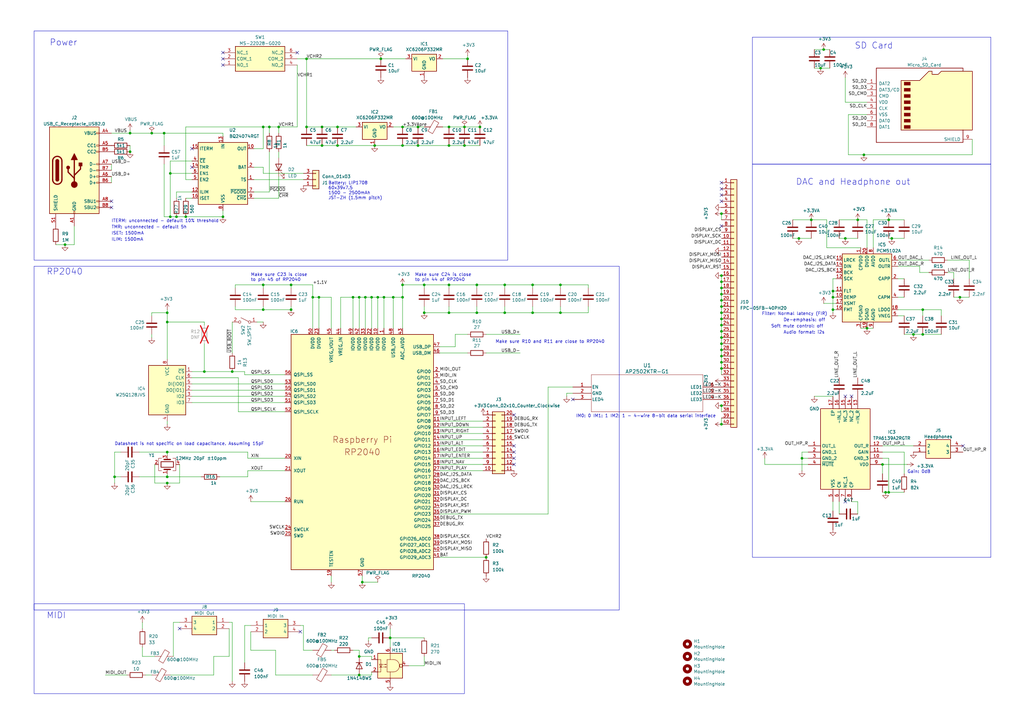
<source format=kicad_sch>
(kicad_sch (version 20231120) (generator "eeschema") (generator_version "8.0")
  (paper "A3")
  (title_block (title "picoTracker") (date "2023-05-03") (rev "REV1"))
  (junction (at 218.44 116.84))
  (junction (at 76.2 88.9))
  (junction (at 68.58 132.08))
  (junction (at 165.1 59.69))
  (junction (at 184.15 128.27))
  (junction (at 154.94 121.92))
  (junction (at 130.81 121.92))
  (junction (at 68.58 128.27))
  (junction (at 147.32 121.92))
  (junction (at 107.95 127))
  (junction (at 327.66 97.79))
  (junction (at 295.91 151.13))
  (junction (at 157.48 121.92))
  (junction (at 26.67 100.33))
  (junction (at 165.1 52.07))
  (junction (at 125.73 24.13))
  (junction (at 295.91 166.37))
  (junction (at 207.01 116.84))
  (junction (at 68.58 195.58))
  (junction (at 184.15 59.69))
  (junction (at 152.4 121.92))
  (junction (at 295.91 146.05))
  (junction (at 190.5 59.69))
  (junction (at 184.15 116.84))
  (junction (at 363.22 201.93))
  (junction (at 156.21 24.13))
  (junction (at 153.67 59.69))
  (junction (at 295.91 115.57))
  (junction (at 346.71 97.79))
  (junction (at 107.95 116.84))
  (junction (at 144.78 121.92))
  (junction (at 218.44 128.27))
  (junction (at 295.91 143.51))
  (junction (at 128.27 121.92))
  (junction (at 361.95 190.5))
  (junction (at 229.87 128.27))
  (junction (at 132.08 52.07))
  (junction (at 295.91 140.97))
  (junction (at 68.58 185.42))
  (junction (at 62.23 54.61))
  (junction (at 171.45 59.69))
  (junction (at 332.74 90.17))
  (junction (at 295.91 135.89))
  (junction (at 295.91 120.65))
  (junction (at 138.43 52.07))
  (junction (at 336.55 27.94))
  (junction (at 68.58 198.12))
  (junction (at 378.46 127))
  (junction (at 173.99 128.27))
  (junction (at 114.3 52.07))
  (junction (at 195.58 116.84))
  (junction (at 393.7 121.92))
  (junction (at 295.91 128.27))
  (junction (at 364.49 201.93))
  (junction (at 119.38 127))
  (junction (at 196.85 52.07))
  (junction (at 119.38 116.84))
  (junction (at 374.65 137.16))
  (junction (at 195.58 128.27))
  (junction (at 191.77 24.13))
  (junction (at 341.63 121.92))
  (junction (at 161.29 121.92))
  (junction (at 355.6 134.62))
  (junction (at 160.02 261.62))
  (junction (at 95.25 152.4))
  (junction (at 53.34 54.61))
  (junction (at 351.79 90.17))
  (junction (at 295.91 118.11))
  (junction (at 295.91 113.03))
  (junction (at 295.91 130.81))
  (junction (at 46.99 195.58))
  (junction (at 83.82 152.4))
  (junction (at 125.73 52.07))
  (junction (at 147.32 269.24))
  (junction (at 295.91 148.59))
  (junction (at 295.91 87.63))
  (junction (at 107.95 52.07))
  (junction (at 295.91 123.19))
  (junction (at 364.49 90.17))
  (junction (at 171.45 52.07))
  (junction (at 337.82 20.32))
  (junction (at 147.32 276.86))
  (junction (at 53.34 62.23))
  (junction (at 173.99 116.84))
  (junction (at 199.39 228.6))
  (junction (at 295.91 138.43))
  (junction (at 378.46 137.16))
  (junction (at 165.1 116.84))
  (junction (at 91.44 88.9))
  (junction (at 229.87 116.84))
  (junction (at 184.15 52.07))
  (junction (at 132.08 59.69))
  (junction (at 72.39 88.9))
  (junction (at 138.43 59.69))
  (junction (at 328.93 187.96))
  (junction (at 190.5 52.07))
  (junction (at 69.85 88.9))
  (junction (at 295.91 133.35))
  (junction (at 207.01 128.27))
  (junction (at 149.86 121.92))
  (junction (at 69.85 71.12))
  (junction (at 295.91 173.99))
  (junction (at 67.31 54.61))
  (junction (at 165.1 121.92))
  (junction (at 110.49 52.07))
  (junction (at 341.63 119.38))
  (junction (at 295.91 125.73))
  (junction (at 365.76 97.79))
  (junction (at 341.63 127))
  (junction (at 148.59 238.76))
  (junction (at 354.33 63.5))
  (no_connect (at 91.44 21.59))
  (no_connect (at 210.82 185.42))
  (no_connect (at 91.44 24.13))
  (no_connect (at 45.72 85.09))
  (no_connect (at 394.97 182.88))
  (no_connect (at 295.91 77.47))
  (no_connect (at 295.91 82.55))
  (no_connect (at 123.19 259.08))
  (no_connect (at 295.91 74.93))
  (no_connect (at 78.74 68.58))
  (no_connect (at 346.71 205.74))
  (no_connect (at 210.82 170.18))
  (no_connect (at 210.82 190.5))
  (no_connect (at 210.82 187.96))
  (no_connect (at 73.66 257.81))
  (no_connect (at 210.82 182.88))
  (no_connect (at 295.91 80.01))
  (no_connect (at 78.74 60.96))
  (no_connect (at 349.25 162.56))
  (no_connect (at 234.95 163.83))
  (no_connect (at 121.92 21.59))
  (no_connect (at 346.71 162.56))
  (no_connect (at 45.72 82.55))
  (no_connect (at 91.44 26.67))
  (no_connect (at 295.91 92.71))
  (wire (pts (xy 128.27 116.84) (xy 128.27 121.92)))
  (wire (pts (xy 165.1 116.84) (xy 173.99 116.84)))
  (wire (pts (xy 386.08 129.54) (xy 386.08 127)))
  (wire (pts (xy 180.34 172.72) (xy 198.12 172.72)))
  (wire (pts (xy 110.49 78.74) (xy 104.14 78.74)))
  (wire (pts (xy 368.3 127) (xy 378.46 127)))
  (wire (pts (xy 96.52 125.73) (xy 96.52 127)))
  (wire (pts (xy 195.58 128.27) (xy 184.15 128.27)))
  (wire (pts (xy 160.02 261.62) (xy 160.02 265.43)))
  (wire (pts (xy 63.5 198.12) (xy 68.58 198.12)))
  (wire (pts (xy 180.34 182.88) (xy 198.12 182.88)))
  (wire (pts (xy 154.94 134.62) (xy 154.94 121.92)))
  (wire (pts (xy 135.89 236.22) (xy 135.89 238.76)))
  (wire (pts (xy 102.87 266.7) (xy 113.03 266.7)))
  (wire (pts (xy 218.44 116.84) (xy 229.87 116.84)))
  (wire (pts (xy 397.51 106.68) (xy 397.51 114.3)))
  (wire (pts (xy 78.74 165.1) (xy 116.84 165.1)))
  (wire (pts (xy 144.78 134.62) (xy 144.78 121.92)))
  (wire (pts (xy 125.73 24.13) (xy 125.73 52.07)))
  (wire (pts (xy 195.58 125.73) (xy 195.58 128.27)))
  (wire (pts (xy 358.14 101.6) (xy 358.14 90.17)))
  (wire (pts (xy 53.34 62.23) (xy 53.34 59.69)))
  (wire (pts (xy 351.79 210.82) (xy 351.79 205.74)))
  (wire (pts (xy 72.39 78.74) (xy 72.39 81.28)))
  (wire (pts (xy 62.23 54.61) (xy 67.31 54.61)))
  (wire (pts (xy 207.01 128.27) (xy 195.58 128.27)))
  (wire (pts (xy 119.38 116.84) (xy 128.27 116.84)))
  (wire (pts (xy 353.06 134.62) (xy 355.6 134.62)))
  (wire (pts (xy 347.98 63.5) (xy 354.33 63.5)))
  (wire (pts (xy 374.65 137.16) (xy 378.46 137.16)))
  (wire (pts (xy 295.91 118.11) (xy 295.91 120.65)))
  (wire (pts (xy 139.7 134.62) (xy 139.7 121.92)))
  (wire (pts (xy 130.81 134.62) (xy 130.81 121.92)))
  (wire (pts (xy 147.32 266.7) (xy 147.32 269.24)))
  (wire (pts (xy 128.27 276.86) (xy 113.03 276.86)))
  (wire (pts (xy 53.34 53.34) (xy 53.34 54.61)))
  (wire (pts (xy 58.42 265.43) (xy 58.42 269.24)))
  (wire (pts (xy 76.2 73.66) (xy 76.2 52.07)))
  (wire (pts (xy 76.2 81.28) (xy 78.74 81.28)))
  (wire (pts (xy 341.63 121.92) (xy 341.63 127)))
  (wire (pts (xy 378.46 127) (xy 378.46 129.54)))
  (wire (pts (xy 328.93 187.96) (xy 328.93 193.04)))
  (wire (pts (xy 78.74 162.56) (xy 116.84 162.56)))
  (wire (pts (xy 148.59 238.76) (xy 154.94 238.76)))
  (wire (pts (xy 295.91 138.43) (xy 295.91 140.97)))
  (wire (pts (xy 386.08 127) (xy 378.46 127)))
  (wire (pts (xy 124.46 256.54) (xy 124.46 266.7)))
  (wire (pts (xy 57.15 195.58) (xy 68.58 195.58)))
  (wire (pts (xy 135.89 134.62) (xy 135.89 121.92)))
  (wire (pts (xy 83.82 140.97) (xy 83.82 152.4)))
  (wire (pts (xy 104.14 60.96) (xy 107.95 60.96)))
  (wire (pts (xy 295.91 113.03) (xy 295.91 115.57)))
  (wire (pts (xy 71.12 269.24) (xy 71.12 255.27)))
  (wire (pts (xy 327.66 97.79) (xy 332.74 97.79)))
  (wire (pts (xy 96.52 116.84) (xy 107.95 116.84)))
  (wire (pts (xy 224.79 158.75) (xy 234.95 158.75)))
  (wire (pts (xy 116.84 205.74) (xy 102.87 205.74)))
  (wire (pts (xy 388.62 106.68) (xy 397.51 106.68)))
  (wire (pts (xy 165.1 52.07) (xy 171.45 52.07)))
  (wire (pts (xy 388.62 111.76) (xy 391.16 111.76)))
  (wire (pts (xy 180.34 180.34) (xy 198.12 180.34)))
  (wire (pts (xy 370.84 185.42) (xy 370.84 194.31)))
  (wire (pts (xy 110.49 52.07) (xy 110.49 54.61)))
  (wire (pts (xy 180.34 193.04) (xy 198.12 193.04)))
  (wire (pts (xy 107.95 68.58) (xy 107.95 71.12)))
  (wire (pts (xy 62.23 129.54) (xy 62.23 128.27)))
  (wire (pts (xy 354.33 63.5) (xy 398.78 63.5)))
  (wire (pts (xy 128.27 266.7) (xy 124.46 266.7)))
  (wire (pts (xy 199.39 144.78) (xy 213.36 144.78)))
  (wire (pts (xy 149.86 121.92) (xy 152.4 121.92)))
  (wire (pts (xy 68.58 128.27) (xy 68.58 132.08)))
  (wire (pts (xy 171.45 59.69) (xy 184.15 59.69)))
  (wire (pts (xy 295.91 146.05) (xy 295.91 148.59)))
  (wire (pts (xy 363.22 201.93) (xy 364.49 201.93)))
  (wire (pts (xy 58.42 269.24) (xy 63.5 269.24)))
  (wire (pts (xy 68.58 195.58) (xy 82.55 195.58)))
  (wire (pts (xy 181.61 52.07) (xy 184.15 52.07)))
  (wire (pts (xy 121.92 24.13) (xy 125.73 24.13)))
  (wire (pts (xy 68.58 198.12) (xy 73.66 198.12)))
  (wire (pts (xy 355.6 90.17) (xy 351.79 90.17)))
  (wire (pts (xy 184.15 125.73) (xy 184.15 128.27)))
  (wire (pts (xy 173.99 116.84) (xy 184.15 116.84)))
  (wire (pts (xy 337.82 124.46) (xy 342.9 124.46)))
  (wire (pts (xy 180.34 177.8) (xy 198.12 177.8)))
  (wire (pts (xy 114.3 72.39) (xy 114.3 81.28)))
  (wire (pts (xy 69.85 66.04) (xy 69.85 71.12)))
  (wire (pts (xy 190.5 59.69) (xy 196.85 59.69)))
  (wire (pts (xy 26.67 100.33) (xy 30.48 100.33)))
  (wire (pts (xy 138.43 59.69) (xy 153.67 59.69)))
  (wire (pts (xy 30.48 92.71) (xy 30.48 100.33)))
  (wire (pts (xy 160.02 257.81) (xy 160.02 261.62)))
  (wire (pts (xy 135.89 266.7) (xy 137.16 266.7)))
  (wire (pts (xy 218.44 118.11) (xy 218.44 116.84)))
  (wire (pts (xy 100.33 152.4) (xy 100.33 153.67)))
  (wire (pts (xy 342.9 114.3) (xy 341.63 114.3)))
  (wire (pts (xy 342.9 127) (xy 341.63 127)))
  (wire (pts (xy 100.33 153.67) (xy 116.84 153.67)))
  (wire (pts (xy 121.92 52.07) (xy 114.3 52.07)))
  (wire (pts (xy 95.25 152.4) (xy 83.82 152.4)))
  (wire (pts (xy 184.15 128.27) (xy 173.99 128.27)))
  (wire (pts (xy 96.52 118.11) (xy 96.52 116.84)))
  (wire (pts (xy 95.25 144.78) (xy 95.25 132.08)))
  (wire (pts (xy 341.63 127) (xy 341.63 128.27)))
  (wire (pts (xy 334.01 20.32) (xy 337.82 20.32)))
  (wire (pts (xy 195.58 118.11) (xy 195.58 116.84)))
  (wire (pts (xy 342.9 121.92) (xy 341.63 121.92)))
  (wire (pts (xy 130.81 121.92) (xy 128.27 121.92)))
  (wire (pts (xy 49.53 185.42) (xy 46.99 185.42)))
  (wire (pts (xy 370.84 137.16) (xy 374.65 137.16)))
  (wire (pts (xy 144.78 121.92) (xy 147.32 121.92)))
  (wire (pts (xy 78.74 154.94) (xy 97.79 154.94)))
  (wire (pts (xy 105.41 132.08) (xy 107.95 132.08)))
  (wire (pts (xy 351.79 205.74) (xy 349.25 205.74)))
  (wire (pts (xy 234.95 161.29) (xy 232.41 161.29)))
  (wire (pts (xy 368.3 106.68) (xy 381 106.68)))
  (wire (pts (xy 337.82 20.32) (xy 340.36 20.32)))
  (wire (pts (xy 114.3 52.07) (xy 114.3 54.61)))
  (wire (pts (xy 148.59 236.22) (xy 148.59 238.76)))
  (wire (pts (xy 295.91 140.97) (xy 295.91 143.51)))
  (wire (pts (xy 368.3 114.3) (xy 370.84 114.3)))
  (wire (pts (xy 101.6 193.04) (xy 101.6 195.58)))
  (wire (pts (xy 361.95 187.96) (xy 364.49 187.96)))
  (wire (pts (xy 72.39 88.9) (xy 76.2 88.9)))
  (wire (pts (xy 138.43 52.07) (xy 146.05 52.07)))
  (wire (pts (xy 67.31 88.9) (xy 69.85 88.9)))
  (wire (pts (xy 334.01 27.94) (xy 336.55 27.94)))
  (wire (pts (xy 157.48 121.92) (xy 157.48 134.62)))
  (wire (pts (xy 96.52 127) (xy 107.95 127)))
  (wire (pts (xy 119.38 125.73) (xy 119.38 127)))
  (wire (pts (xy 325.12 90.17) (xy 332.74 90.17)))
  (wire (pts (xy 229.87 128.27) (xy 218.44 128.27)))
  (wire (pts (xy 295.91 166.37) (xy 295.91 168.91)))
  (wire (pts (xy 224.79 210.82) (xy 224.79 158.75)))
  (wire (pts (xy 165.1 59.69) (xy 171.45 59.69)))
  (wire (pts (xy 69.85 71.12) (xy 78.74 71.12)))
  (wire (pts (xy 207.01 125.73) (xy 207.01 128.27)))
  (wire (pts (xy 93.98 269.24) (xy 87.63 269.24)))
  (wire (pts (xy 353.06 101.6) (xy 339.09 101.6)))
  (wire (pts (xy 167.64 273.05) (xy 173.99 273.05)))
  (wire (pts (xy 68.58 172.72) (xy 68.58 173.99)))
  (wire (pts (xy 97.79 168.91) (xy 116.84 168.91)))
  (wire (pts (xy 381 111.76) (xy 377.19 111.76)))
  (wire (pts (xy 393.7 121.92) (xy 397.51 121.92)))
  (wire (pts (xy 78.74 73.66) (xy 76.2 73.66)))
  (wire (pts (xy 364.49 201.93) (xy 364.49 187.96)))
  (wire (pts (xy 190.5 52.07) (xy 196.85 52.07)))
  (wire (pts (xy 295.91 128.27) (xy 295.91 130.81)))
  (wire (pts (xy 368.3 129.54) (xy 370.84 129.54)))
  (wire (pts (xy 328.93 187.96) (xy 331.47 187.96)))
  (wire (pts (xy 365.76 97.79) (xy 370.84 97.79)))
  (wire (pts (xy 347.98 46.99) (xy 355.6 46.99)))
  (wire (pts (xy 57.15 185.42) (xy 68.58 185.42)))
  (wire (pts (xy 355.6 101.6) (xy 355.6 90.17)))
  (wire (pts (xy 295.91 120.65) (xy 295.91 123.19)))
  (wire (pts (xy 361.95 190.5) (xy 372.11 190.5)))
  (wire (pts (xy 184.15 116.84) (xy 195.58 116.84)))
  (wire (pts (xy 67.31 54.61) (xy 67.31 59.69)))
  (wire (pts (xy 128.27 121.92) (xy 128.27 134.62)))
  (wire (pts (xy 361.95 190.5) (xy 361.95 194.31)))
  (wire (pts (xy 78.74 157.48) (xy 116.84 157.48)))
  (wire (pts (xy 232.41 161.29) (xy 232.41 162.56)))
  (wire (pts (xy 173.99 269.24) (xy 173.99 273.05)))
  (wire (pts (xy 173.99 118.11) (xy 173.99 116.84)))
  (wire (pts (xy 69.85 71.12) (xy 69.85 88.9)))
  (wire (pts (xy 295.91 135.89) (xy 295.91 138.43)))
  (wire (pts (xy 361.95 182.88) (xy 374.65 182.88)))
  (wire (pts (xy 69.85 66.04) (xy 78.74 66.04)))
  (wire (pts (xy 110.49 62.23) (xy 110.49 78.74)))
  (wire (pts (xy 125.73 24.13) (xy 156.21 24.13)))
  (wire (pts (xy 229.87 118.11) (xy 229.87 116.84)))
  (wire (pts (xy 180.34 142.24) (xy 186.69 142.24)))
  (wire (pts (xy 93.98 255.27) (xy 95.25 255.27)))
  (wire (pts (xy 229.87 125.73) (xy 229.87 128.27)))
  (wire (pts (xy 180.34 187.96) (xy 198.12 187.96)))
  (wire (pts (xy 125.73 52.07) (xy 132.08 52.07)))
  (wire (pts (xy 295.91 151.13) (xy 295.91 153.67)))
  (wire (pts (xy 68.58 185.42) (xy 101.6 185.42)))
  (wire (pts (xy 104.14 73.66) (xy 124.46 73.66)))
  (wire (pts (xy 22.86 100.33) (xy 26.67 100.33)))
  (wire (pts (xy 73.66 198.12) (xy 73.66 190.5)))
  (wire (pts (xy 339.09 90.17) (xy 332.74 90.17)))
  (wire (pts (xy 107.95 52.07) (xy 110.49 52.07)))
  (wire (pts (xy 313.69 190.5) (xy 331.47 190.5)))
  (wire (pts (xy 147.32 121.92) (xy 149.86 121.92)))
  (wire (pts (xy 152.4 121.92) (xy 154.94 121.92)))
  (wire (pts (xy 152.4 270.51) (xy 152.4 269.24)))
  (wire (pts (xy 49.53 195.58) (xy 46.99 195.58)))
  (wire (pts (xy 241.3 125.73) (xy 241.3 128.27)))
  (wire (pts (xy 152.4 261.62) (xy 151.13 261.62)))
  (wire (pts (xy 295.91 87.63) (xy 295.91 90.17)))
  (wire (pts (xy 344.17 90.17) (xy 351.79 90.17)))
  (wire (pts (xy 63.5 190.5) (xy 63.5 198.12)))
  (wire (pts (xy 46.99 185.42) (xy 46.99 195.58)))
  (wire (pts (xy 195.58 116.84) (xy 207.01 116.84)))
  (wire (pts (xy 104.14 68.58) (xy 107.95 68.58)))
  (wire (pts (xy 132.08 59.69) (xy 138.43 59.69)))
  (wire (pts (xy 113.03 276.86) (xy 113.03 266.7)))
  (wire (pts (xy 135.89 276.86) (xy 147.32 276.86)))
  (wire (pts (xy 83.82 152.4) (xy 78.74 152.4)))
  (wire (pts (xy 152.4 269.24) (xy 147.32 269.24)))
  (wire (pts (xy 295.91 143.51) (xy 295.91 146.05)))
  (wire (pts (xy 377.19 109.22) (xy 368.3 109.22)))
  (wire (pts (xy 87.63 276.86) (xy 87.63 269.24)))
  (wire (pts (xy 339.09 101.6) (xy 339.09 90.17)))
  (wire (pts (xy 361.95 201.93) (xy 363.22 201.93)))
  (wire (pts (xy 241.3 128.27) (xy 229.87 128.27)))
  (wire (pts (xy 165.1 121.92) (xy 165.1 134.62)))
  (wire (pts (xy 125.73 59.69) (xy 132.08 59.69)))
  (wire (pts (xy 364.49 97.79) (xy 365.76 97.79)))
  (wire (pts (xy 62.23 137.16) (xy 62.23 138.43)))
  (wire (pts (xy 341.63 205.74) (xy 341.63 209.55)))
  (wire (pts (xy 161.29 121.92) (xy 165.1 121.92)))
  (wire (pts (xy 46.99 195.58) (xy 46.99 198.12)))
  (wire (pts (xy 295.91 130.81) (xy 295.91 133.35)))
  (wire (pts (xy 71.12 255.27) (xy 73.66 255.27)))
  (wire (pts (xy 114.3 62.23) (xy 114.3 64.77)))
  (wire (pts (xy 139.7 121.92) (xy 144.78 121.92)))
  (wire (pts (xy 218.44 125.73) (xy 218.44 128.27)))
  (wire (pts (xy 347.98 46.99) (xy 347.98 63.5)))
  (wire (pts (xy 161.29 134.62) (xy 161.29 121.92)))
  (wire (pts (xy 342.9 119.38) (xy 341.63 119.38)))
  (wire (pts (xy 378.46 137.16) (xy 386.08 137.16)))
  (wire (pts (xy 119.38 118.11) (xy 119.38 116.84)))
  (wire (pts (xy 341.63 114.3) (xy 341.63 119.38)))
  (wire (pts (xy 295.91 148.59) (xy 295.91 151.13)))
  (wire (pts (xy 184.15 118.11) (xy 184.15 116.84)))
  (wire (pts (xy 147.32 134.62) (xy 147.32 121.92)))
  (wire (pts (xy 68.58 127) (xy 68.58 128.27)))
  (wire (pts (xy 186.69 137.16) (xy 186.69 142.24)))
  (wire (pts (xy 97.79 154.94) (xy 97.79 168.91)))
  (wire (pts (xy 102.87 256.54) (xy 100.33 256.54)))
  (wire (pts (xy 184.15 59.69) (xy 190.5 59.69)))
  (wire (pts (xy 368.3 121.92) (xy 370.84 121.92)))
  (wire (pts (xy 207.01 116.84) (xy 218.44 116.84)))
  (wire (pts (xy 180.34 190.5) (xy 198.12 190.5)))
  (wire (pts (xy 107.95 71.12) (xy 124.46 71.12)))
  (wire (pts (xy 153.67 59.69) (xy 165.1 59.69)))
  (wire (pts (xy 334.01 162.56) (xy 341.63 162.56)))
  (wire (pts (xy 114.3 81.28) (xy 104.14 81.28)))
  (wire (pts (xy 68.58 132.08) (xy 68.58 147.32)))
  (wire (pts (xy 149.86 134.62) (xy 149.86 121.92)))
  (wire (pts (xy 171.45 52.07) (xy 173.99 52.07)))
  (wire (pts (xy 152.4 134.62) (xy 152.4 121.92)))
  (wire (pts (xy 58.42 255.27) (xy 58.42 257.81)))
  (wire (pts (xy 181.61 24.13) (xy 191.77 24.13)))
  (wire (pts (xy 45.72 72.39) (xy 45.72 74.93)))
  (wire (pts (xy 107.95 118.11) (xy 107.95 116.84)))
  (wire (pts (xy 161.29 52.07) (xy 165.1 52.07)))
  (wire (pts (xy 91.44 55.88) (xy 91.44 54.61)))
  (wire (pts (xy 180.34 228.6) (xy 199.39 228.6)))
  (wire (pts (xy 53.34 54.61) (xy 62.23 54.61)))
  (wire (pts (xy 101.6 187.96) (xy 101.6 185.42)))
  (wire (pts (xy 59.69 276.86) (xy 62.23 276.86)))
  (wire (pts (xy 184.15 52.07) (xy 190.5 52.07)))
  (wire (pts (xy 154.94 121.92) (xy 157.48 121.92)))
  (wire (pts (xy 132.08 52.07) (xy 138.43 52.07)))
  (wire (pts (xy 90.17 195.58) (xy 101.6 195.58)))
  (wire (pts (xy 101.6 187.96) (xy 116.84 187.96)))
  (wire (pts (xy 173.99 261.62) (xy 160.02 261.62)))
  (wire (pts (xy 391.16 121.92) (xy 393.7 121.92)))
  (wire (pts (xy 107.95 52.07) (xy 107.95 60.96)))
  (wire (pts (xy 121.92 26.67) (xy 121.92 52.07)))
  (wire (pts (xy 144.78 266.7) (xy 147.32 266.7)))
  (wire (pts (xy 295.91 115.57) (xy 295.91 118.11)))
  (wire (pts (xy 370.84 201.93) (xy 364.49 201.93)))
  (wire (pts (xy 295.91 123.19) (xy 295.91 125.73)))
  (wire (pts (xy 67.31 67.31) (xy 67.31 88.9)))
  (wire (pts (xy 67.31 54.61) (xy 91.44 54.61)))
  (wire (pts (xy 199.39 137.16) (xy 213.36 137.16)))
  (wire (pts (xy 364.49 90.17) (xy 370.84 90.17)))
  (wire (pts (xy 95.25 152.4) (xy 100.33 152.4)))
  (wire (pts (xy 157.48 121.92) (xy 161.29 121.92)))
  (wire (pts (xy 101.6 193.04) (xy 116.84 193.04)))
  (wire (pts (xy 398.78 57.15) (xy 398.78 63.5)))
  (wire (pts (xy 151.13 261.62) (xy 151.13 262.89)))
  (wire (pts (xy 107.95 127) (xy 119.38 127)))
  (wire (pts (xy 165.1 116.84) (xy 165.1 121.92)))
  (wire (pts (xy 107.95 127) (xy 107.95 125.73)))
  (wire (pts (xy 135.89 121.92) (xy 130.81 121.92)))
  (wire (pts (xy 344.17 205.74) (xy 344.17 210.82)))
  (wire (pts (xy 102.87 259.08) (xy 102.87 266.7)))
  (wire (pts (xy 76.2 52.07) (xy 107.95 52.07)))
  (wire (pts (xy 93.98 257.81) (xy 93.98 269.24)))
  (wire (pts (xy 45.72 67.31) (xy 45.72 69.85)))
  (wire (pts (xy 91.44 86.36) (xy 91.44 88.9)))
  (wire (pts (xy 147.32 276.86) (xy 152.4 276.86)))
  (wire (pts (xy 78.74 78.74) (xy 72.39 78.74)))
  (wire (pts (xy 180.34 210.82) (xy 224.79 210.82)))
  (wire (pts (xy 45.72 54.61) (xy 53.34 54.61)))
  (wire (pts (xy 107.95 116.84) (xy 119.38 116.84)))
  (wire (pts (xy 361.95 185.42) (xy 370.84 185.42)))
  (wire (pts (xy 76.2 88.9) (xy 91.44 88.9)))
  (wire (pts (xy 331.47 185.42) (xy 328.93 185.42)))
  (wire (pts (xy 68.58 186.69) (xy 68.58 185.42)))
  (wire (pts (xy 180.34 144.78) (xy 191.77 144.78)))
  (wire (pts (xy 110.49 52.07) (xy 114.3 52.07)))
  (wire (pts (xy 83.82 132.08) (xy 68.58 132.08)))
  (wire (pts (xy 336.55 27.94) (xy 340.36 27.94)))
  (wire (pts (xy 207.01 118.11) (xy 207.01 116.84)))
  (wire (pts (xy 295.91 133.35) (xy 295.91 135.89)))
  (wire (pts (xy 69.85 276.86) (xy 87.63 276.86)))
  (wire (pts (xy 313.69 187.96) (xy 313.69 190.5)))
  (wire (pts (xy 295.91 125.73) (xy 295.91 128.27)))
  (wire (pts (xy 123.19 256.54) (xy 124.46 256.54)))
  (wire (pts (xy 229.87 116.84) (xy 241.3 116.84)))
  (wire (pts (xy 152.4 275.59) (xy 152.4 276.86)))
  (wire (pts (xy 377.19 111.76) (xy 377.19 109.22)))
  (wire (pts (xy 241.3 118.11) (xy 241.3 116.84)))
  (wire (pts (xy 328.93 185.42) (xy 328.93 187.96)))
  (wire (pts (xy 173.99 125.73) (xy 173.99 128.27)))
  (wire (pts (xy 166.37 24.13) (xy 156.21 24.13)))
  (wire (pts (xy 355.6 134.62) (xy 358.14 134.62)))
  (wire (pts (xy 69.85 88.9) (xy 72.39 88.9)))
  (wire (pts (xy 78.74 160.02) (xy 116.84 160.02)))
  (wire (pts (xy 180.34 185.42) (xy 198.12 185.42)))
  (wire (pts (xy 358.14 90.17) (xy 364.49 90.17)))
  (wire (pts (xy 391.16 111.76) (xy 391.16 114.3)))
  (wire (pts (xy 186.69 137.16) (xy 191.77 137.16)))
  (wire (pts (xy 325.12 97.79) (xy 327.66 97.79)))
  (wire (pts (xy 344.17 97.79) (xy 346.71 97.79)))
  (wire (pts (xy 218.44 128.27) (xy 207.01 128.27)))
  (wire (pts (xy 191.77 24.13) (xy 191.77 22.86)))
  (wire (pts (xy 68.58 194.31) (xy 68.58 195.58)))
  (wire (pts (xy 62.23 128.27) (xy 68.58 128.27)))
  (wire (pts (xy 341.63 119.38) (xy 341.63 121.92)))
  (wire (pts (xy 346.71 31.75) (xy 346.71 41.91)))
  (wire (pts (xy 180.34 175.26) (xy 198.12 175.26)))
  (wire (pts (xy 83.82 133.35) (xy 83.82 132.08)))
  (wire (pts (xy 346.71 97.79) (xy 351.79 97.79)))
  (wire (pts (xy 100.33 256.54) (xy 100.33 271.78)))
  (wire (pts (xy 346.71 41.91) (xy 355.6 41.91)))
  (wire (pts (xy 43.18 276.86) (xy 52.07 276.86)))
  (wire (pts (xy 295.91 171.45) (xy 295.91 173.99)))
  (wire (pts (xy 95.25 255.27) (xy 95.25 279.4)))
  (rectangle (start 308.61 15.24) (end 406.4 67.31))
  (rectangle (start 13.97 247.65) (end 190.5 284.48))
  (rectangle (start 308.61 67.31) (end 406.4 228.6))
  (rectangle (start 13.97 12.7) (end 208.28 106.68))
  (rectangle (start 13.97 109.22) (end 254 250.19))
  (text "DAC and Headphone out" (at 326.39 76.2 0) (effects (font (size 2.54 2.54)) (justify left bottom)))
  (text "Gain: 0dB" (at 372.11 194.31 0) (effects (font (size 1.27 1.27)) (justify left bottom)))
  (text "ITERM: unconnected - default 10% threshold" (at 45.72 91.44 0) (effects (font (size 1.27 1.27)) (justify left bottom)))
  (text "SD Card" (at 350.52 20.32 0) (effects (font (size 2.54 2.54)) (justify left bottom)))
  (text "Battery: LIP1708\n60x39x7.5\n1500 - 2500mAh\nJST-ZH (1.5mm pitch)" (at 134.62 82.042 0) (effects (font (size 1.27 1.27)) (justify left bottom)))
  (text "Power" (at 20.32 19.05 0) (effects (font (size 2.54 2.54)) (justify left bottom)))
  (text "RP2040" (at 19.05 113.03 0) (effects (font (size 2.54 2.54)) (justify left bottom)))
  (text "Filter: Normal latency (FIR)\n" (at 312.42 129.54 0) (effects (font (size 1.27 1.27)) (justify left bottom)))
  (text "IM0: 0 IM1: 1 IM2: 1 - 4-wire 8-bit data serial interface" (at 236.22 171.45 0) (effects (font (size 1.27 1.27)) (justify left bottom)))
  (text "Datasheet is not specific on load capacitance. Assuming 15pF" (at 46.99 182.88 0) (effects (font (size 1.27 1.27)) (justify left bottom)))
  (text "ILIM: 1500mA" (at 45.72 99.06 0) (effects (font (size 1.27 1.27)) (justify left bottom)))
  (text "ISET: 1500mA" (at 45.72 96.52 0) (effects (font (size 1.27 1.27)) (justify left bottom)))
  (text "TMR: unconnected - default 5h" (at 45.72 93.98 0) (effects (font (size 1.27 1.27)) (justify left bottom)))
  (text "Make sure C23 is close\nto pin 45 of RP2040" (at 102.87 115.57 0) (effects (font (size 1.27 1.27)) (justify left bottom)))
  (text "Soft mute control: off" (at 316.23 134.62 0) (effects (font (size 1.27 1.27)) (justify left bottom)))
  (text "Make sure R10 and R11 are close to RP2040" (at 203.2 140.97 0) (effects (font (size 1.27 1.27)) (justify left bottom)))
  (text "De-emphasis: off" (at 321.31 132.08 0) (effects (font (size 1.27 1.27)) (justify left bottom)))
  (text "MIDI" (at 19.05 254 0) (effects (font (size 2.54 2.54)) (justify left bottom)))
  (text "Audio format: i2s" (at 321.31 137.16 0) (effects (font (size 1.27 1.27)) (justify left bottom)))
  (text "Make sure C24 is close\nto pin 44 of RP2040" (at 170.18 115.57 0) (effects (font (size 1.27 1.27)) (justify left bottom)))
  (label "DEBUG_TX" (at 180.34 213.36 0))
  (label "LINE_OUT_L" (at 351.79 154.94 90))
  (label "DAC_I2S_DATA" (at 180.34 195.58 0))
  (label "SD_D2" (at 355.6 34.29 180))
  (label "LED1-K" (at 295.91 158.75 180))
  (label "VCHR2" (at 199.39 220.98 0))
  (label "DISPLAY_MISO" (at 180.34 226.06 0))
  (label "SD_CLK" (at 355.6 44.45 180))
  (label "DISPLAY_SCK" (at 295.91 97.79 180))
  (label "SD_CMD" (at 355.6 39.37 180))
  (label "~{PGOOD}" (at 110.49 78.74 0))
  (label "QSPI_SD0" (at 102.87 157.48 0))
  (label "DISPLAY_SCK" (at 180.34 220.98 0))
  (label "INPUT_DOWN" (at 180.34 175.26 0))
  (label "LED2-K" (at 295.91 161.29 180))
  (label "SD_D3" (at 355.6 36.83 180))
  (label "SD_CMD" (at 180.34 160.02 0))
  (label "OUT_HP_R" (at 331.47 182.88 180))
  (label "XOUT" (at 102.87 193.04 0))
  (label "INPUT_RIGHT" (at 180.34 177.8 0))
  (label "+3.3VApre" (at 165.1 52.07 0))
  (label "DISPLAY_CS" (at 180.34 203.2 0))
  (label "DISPLAY_MISO" (at 295.91 107.95 180))
  (label "DISPLAY_MOSI" (at 180.34 223.52 0))
  (label "SD_CLK" (at 180.34 157.48 0))
  (label "DAC_I2S_DATA" (at 342.9 109.22 180))
  (label "MIDI_OUT" (at 180.34 152.4 0))
  (label "DISPLAY_RST" (at 295.91 110.49 180))
  (label "DISPLAY_CS" (at 295.91 95.25 180))
  (label "DEBUG_TX" (at 210.82 175.26 0))
  (label "DEBUG_RX" (at 210.82 172.72 0))
  (label "USB_D+" (at 45.72 72.39 0))
  (label "USB_D-" (at 45.72 67.31 0))
  (label "SD_D1" (at 355.6 52.07 180))
  (label "QSPI_SD2" (at 102.87 162.56 0))
  (label "OUT_DAC_R" (at 368.3 109.22 0))
  (label "XIN" (at 102.87 187.96 0))
  (label "~{USB_BOOT}" (at 95.25 144.78 90))
  (label "DAC_I2S_LRCK" (at 342.9 106.68 180))
  (label "INPUT_EDIT" (at 180.34 185.42 0))
  (label "MIDI_OUT" (at 43.18 276.86 0))
  (label "SD_D0" (at 180.34 162.56 0))
  (label "QSPI_SS" (at 102.87 153.67 0))
  (label "SD_D1" (at 180.34 165.1 0))
  (label "DAC_I2S_BCK" (at 342.9 111.76 180))
  (label "QSPI_SCLK" (at 102.87 168.91 0))
  (label "SWCLK" (at 116.84 217.17 180))
  (label "DISPLAY_MOSI" (at 295.91 105.41 180))
  (label "DAC_I2S_BCK" (at 180.34 198.12 0))
  (label "LINE_OUT_L" (at 389.89 106.68 0))
  (label "QSPI_SD1" (at 102.87 160.02 0))
  (label "VCHR1" (at 114.3 52.07 0))
  (label "VCHR2" (at 125.73 24.13 0))
  (label "USB_D+" (at 213.36 137.16 180))
  (label "SWDIO" (at 116.84 219.71 180))
  (label "+1.1V" (at 128.27 116.84 0))
  (label "~{CHR}" (at 114.3 81.28 0))
  (label "DISPLAY_DC" (at 180.34 205.74 0))
  (label "MIDI_IN" (at 180.34 154.94 0))
  (label "USB_D-" (at 213.36 144.78 180))
  (label "VBUS" (at 46.99 54.61 0))
  (label "SD_D2" (at 180.34 167.64 0))
  (label "LED3-K" (at 295.91 163.83 180))
  (label "BAT" (at 180.34 228.6 0))
  (label "SD_D0" (at 355.6 49.53 180))
  (label "LINE_OUT_R" (at 344.17 154.94 90))
  (label "DISPLAY_RST" (at 180.34 208.28 0))
  (label "INPUT_PLAY" (at 180.34 193.04 0))
  (label "INPUT_UP" (at 180.34 180.34 0))
  (label "OUT_HP_L" (at 361.95 182.88 0))
  (label "OUT_DAC_L" (at 368.3 106.68 0))
  (label "VCHR1" (at 121.92 31.75 0))
  (label "INPUT_LEFT" (at 180.34 172.72 0))
  (label "INPUT_ALT" (at 180.34 182.88 0))
  (label "QSPI_SD3" (at 102.87 165.1 0))
  (label "SD_D3" (at 180.34 170.18 0))
  (label "DAC_I2S_LRCK" (at 180.34 200.66 0))
  (label "LINE_OUT_R" (at 388.62 111.76 0))
  (label "MIDI_IN" (at 173.99 273.05 0))
  (label "DISPLAY_PWM" (at 180.34 210.82 0))
  (label "SWCLK" (at 210.82 180.34 0))
  (label "DISPLAY_DC" (at 295.91 100.33 180))
  (label "INPUT_ENTER" (at 180.34 187.96 0))
  (label "OUT_HP_R" (at 394.97 185.42 0))
  (label "INPUT_NAV" (at 180.34 190.5 0))
  (label "DEBUG_RX" (at 180.34 215.9 0))
  (label "SWDIO" (at 210.82 177.8 0))
  (symbol (lib_id "MCU_RaspberryPi_RP2040:RP2040") (at 148.59 185.42 0) (unit 1)
    (property "Reference" "IC6" (at 120.65 135.89 0))
    (property "Value" "RP2040" (at 172.72 236.22 0))
    (property "Footprint" "Package_DFN_QFN:QFN-56-1EP_7x7mm_P0.4mm_EP3.2x3.2mm" (effects (hide yes)))
    (property "LCSC" "C2040" (effects (hide yes)))
    (property "JLCPCB Extended" "yes" (effects (hide yes)))
    (property "JLCPCB Rotation Offset" "-90" (effects (hide yes)))
  )
  (symbol (lib_id "Device:C") (at 53.34 185.42 270) (unit 1)
    (property "Reference" "C35" (at 54.5084 188.341 0) (effects (justify left)))
    (property "Value" "20pF" (at 52.197 188.341 0) (effects (justify left)))
    (property "Footprint" "Capacitor_SMD:C_0603_1608Metric" (effects (hide yes)))
    (property "LCSC" "C1648" (effects (hide yes)))
  )
  (symbol (lib_id "Device:C") (at 53.34 195.58 270) (unit 1)
    (property "Reference" "C36" (at 54.5084 198.501 0) (effects (justify left)))
    (property "Value" "20pF" (at 52.197 198.501 0) (effects (justify left)))
    (property "Footprint" "Capacitor_SMD:C_0603_1608Metric" (effects (hide yes)))
    (property "LCSC" "C1648" (effects (hide yes)))
  )
  (symbol (lib_id "power:GND") (at 46.99 198.12 0) (unit 1)
    (property "Reference" "#PWR035" (effects (hide yes)))
    (property "Value" "GND" (effects (hide yes)))
    (property "Description" "Power symbol creates a global label with name \"GND\" , ground" (effects (hide yes)))
  )
  (symbol (lib_id "power:+3V3") (at 68.58 127 0) (mirror y) (unit 1)
    (property "Reference" "#PWR021" (effects (hide yes)))
    (property "Value" "+3V3" (at 68.199 122.6058 0))
    (property "Description" "Power symbol creates a global label with name \"+3V3\"" (effects (hide yes)))
  )
  (symbol (lib_id "power:GND") (at 68.58 173.99 0) (mirror y) (unit 1)
    (property "Reference" "#PWR032" (effects (hide yes)))
    (property "Value" "GND" (effects (hide yes)))
    (property "Description" "Power symbol creates a global label with name \"GND\" , ground" (effects (hide yes)))
  )
  (symbol (lib_id "Device:R") (at 83.82 137.16 0) (mirror y) (unit 1) (dnp yes)
    (property "Reference" "R12" (at 82.042 135.9916 0) (effects (justify left)))
    (property "Value" "DNF" (at 82.042 138.303 0) (effects (justify left)))
    (property "Footprint" "Resistor_SMD:R_0603_1608Metric" (effects (hide yes)))
  )
  (symbol (lib_id "Device:R") (at 95.25 148.59 0) (mirror y) (unit 1)
    (property "Reference" "R13" (at 100.5078 148.59 90))
    (property "Value" "1k" (at 98.1964 148.59 90))
    (property "Footprint" "Resistor_SMD:R_0603_1608Metric" (effects (hide yes)))
    (property "LCSC" "C21190" (effects (hide yes)))
  )
  (symbol (lib_id "Device:C") (at 62.23 133.35 0) (mirror y) (unit 1)
    (property "Reference" "C25" (at 59.309 132.1816 0) (effects (justify left)))
    (property "Value" "100nF" (at 59.309 134.493 0) (effects (justify left)))
    (property "Footprint" "Capacitor_SMD:C_0603_1608Metric" (effects (hide yes)))
    (property "LCSC" "C14663" (effects (hide yes)))
  )
  (symbol (lib_id "power:GND") (at 62.23 138.43 0) (mirror y) (unit 1)
    (property "Reference" "#PWR022" (effects (hide yes)))
    (property "Value" "GND" (effects (hide yes)))
    (property "Description" "Power symbol creates a global label with name \"GND\" , ground" (effects (hide yes)))
  )
  (symbol (lib_id "power:GND") (at 148.59 238.76 0) (unit 1)
    (property "Reference" "#PWR045" (effects (hide yes)))
    (property "Value" "GND" (effects (hide yes)))
    (property "Description" "Power symbol creates a global label with name \"GND\" , ground" (effects (hide yes)))
  )
  (symbol (lib_id "power:GND") (at 135.89 238.76 0) (unit 1)
    (property "Reference" "#PWR044" (effects (hide yes)))
    (property "Value" "GND" (effects (hide yes)))
    (property "Description" "Power symbol creates a global label with name \"GND\" , ground" (effects (hide yes)))
  )
  (symbol (lib_id "Device:R") (at 195.58 137.16 270) (unit 1)
    (property "Reference" "R10" (at 195.58 131.9022 90))
    (property "Value" "27" (at 195.58 134.2136 90))
    (property "Footprint" "Resistor_SMD:R_0603_1608Metric" (effects (hide yes)))
    (property "LCSC" "C25190" (effects (hide yes)))
  )
  (symbol (lib_id "Device:R") (at 195.58 144.78 270) (unit 1)
    (property "Reference" "R11" (at 195.58 139.5222 90))
    (property "Value" "27" (at 195.58 141.8336 90))
    (property "Footprint" "Resistor_SMD:R_0603_1608Metric" (effects (hide yes)))
    (property "LCSC" "C25190" (effects (hide yes)))
  )
  (symbol (lib_id "power:+3V3") (at 165.1 116.84 0) (unit 1)
    (property "Reference" "#PWR013" (effects (hide yes)))
    (property "Value" "+3V3" (at 165.481 112.4458 0))
    (property "Description" "Power symbol creates a global label with name \"+3V3\"" (effects (hide yes)))
  )
  (symbol (lib_id "Device:C") (at 184.15 121.92 0) (unit 1)
    (property "Reference" "C16" (at 187.071 120.7516 0) (effects (justify left)))
    (property "Value" "100nF" (at 187.071 123.063 0) (effects (justify left)))
    (property "Footprint" "Capacitor_SMD:C_0603_1608Metric" (effects (hide yes)))
    (property "LCSC" "C14663" (effects (hide yes)))
  )
  (symbol (lib_id "Device:C") (at 195.58 121.92 0) (unit 1)
    (property "Reference" "C17" (at 198.501 120.7516 0) (effects (justify left)))
    (property "Value" "100nF" (at 198.501 123.063 0) (effects (justify left)))
    (property "Footprint" "Capacitor_SMD:C_0603_1608Metric" (effects (hide yes)))
    (property "LCSC" "C14663" (effects (hide yes)))
  )
  (symbol (lib_id "Device:C") (at 207.01 121.92 0) (unit 1)
    (property "Reference" "C18" (at 209.931 120.7516 0) (effects (justify left)))
    (property "Value" "100nF" (at 209.931 123.063 0) (effects (justify left)))
    (property "Footprint" "Capacitor_SMD:C_0603_1608Metric" (effects (hide yes)))
    (property "LCSC" "C14663" (effects (hide yes)))
  )
  (symbol (lib_id "Device:C") (at 218.44 121.92 0) (unit 1)
    (property "Reference" "C19" (at 221.361 120.7516 0) (effects (justify left)))
    (property "Value" "100nF" (at 221.361 123.063 0) (effects (justify left)))
    (property "Footprint" "Capacitor_SMD:C_0603_1608Metric" (effects (hide yes)))
    (property "LCSC" "C14663" (effects (hide yes)))
  )
  (symbol (lib_id "Device:C") (at 229.87 121.92 0) (unit 1)
    (property "Reference" "C20" (at 232.791 120.7516 0) (effects (justify left)))
    (property "Value" "100nF" (at 232.791 123.063 0) (effects (justify left)))
    (property "Footprint" "Capacitor_SMD:C_0603_1608Metric" (effects (hide yes)))
    (property "LCSC" "C14663" (effects (hide yes)))
  )
  (symbol (lib_id "Device:C") (at 241.3 121.92 0) (unit 1)
    (property "Reference" "C21" (at 244.221 120.7516 0) (effects (justify left)))
    (property "Value" "100nF" (at 244.221 123.063 0) (effects (justify left)))
    (property "Footprint" "Capacitor_SMD:C_0603_1608Metric" (effects (hide yes)))
    (property "LCSC" "C14663" (effects (hide yes)))
  )
  (symbol (lib_id "Device:C") (at 96.52 121.92 0) (unit 1)
    (property "Reference" "C14" (at 99.441 120.7516 0) (effects (justify left)))
    (property "Value" "100nF" (at 99.441 123.063 0) (effects (justify left)))
    (property "Footprint" "Capacitor_SMD:C_0603_1608Metric" (effects (hide yes)))
    (property "LCSC" "C14663" (effects (hide yes)))
  )
  (symbol (lib_id "Device:C") (at 107.95 121.92 0) (unit 1)
    (property "Reference" "C15" (at 110.871 120.7516 0) (effects (justify left)))
    (property "Value" "100nF" (at 110.871 123.063 0) (effects (justify left)))
    (property "Footprint" "Capacitor_SMD:C_0603_1608Metric" (effects (hide yes)))
    (property "LCSC" "C14663" (effects (hide yes)))
  )
  (symbol (lib_id "Device:C") (at 119.38 121.92 0) (unit 1)
    (property "Reference" "C23" (at 122.301 120.7516 0) (effects (justify left)))
    (property "Value" "1uF" (at 122.301 123.063 0) (effects (justify left)))
    (property "Footprint" "Capacitor_SMD:C_0603_1608Metric" (effects (hide yes)))
    (property "LCSC" "C15849" (effects (hide yes)))
  )
  (symbol (lib_id "Device:C") (at 173.99 121.92 0) (unit 1)
    (property "Reference" "C24" (at 176.911 120.7516 0) (effects (justify left)))
    (property "Value" "1uF" (at 176.911 123.063 0) (effects (justify left)))
    (property "Footprint" "Capacitor_SMD:C_0603_1608Metric" (effects (hide yes)))
    (property "LCSC" "C15849" (effects (hide yes)))
  )
  (symbol (lib_id "Mechanical:MountingHole") (at 281.94 264.16 0) (unit 1)
    (property "Reference" "H1" (at 284.48 262.9916 0) (effects (justify left)))
    (property "Value" "MountingHole" (at 284.48 265.303 0) (effects (justify left)))
    (property "Footprint" "MountingHole:MountingHole_3.2mm_M3" (effects (hide yes)))
  )
  (symbol (lib_id "Mechanical:MountingHole") (at 281.94 269.24 0) (unit 1)
    (property "Reference" "H2" (at 284.48 268.0716 0) (effects (justify left)))
    (property "Value" "MountingHole" (at 284.48 270.383 0) (effects (justify left)))
    (property "Footprint" "MountingHole:MountingHole_3.2mm_M3" (effects (hide yes)))
  )
  (symbol (lib_id "Mechanical:MountingHole") (at 281.94 274.32 0) (unit 1)
    (property "Reference" "H3" (at 284.48 273.1516 0) (effects (justify left)))
    (property "Value" "MountingHole" (at 284.48 275.463 0) (effects (justify left)))
    (property "Footprint" "MountingHole:MountingHole_3.2mm_M3" (effects (hide yes)))
  )
  (symbol (lib_id "Mechanical:MountingHole") (at 281.94 279.4 0) (unit 1)
    (property "Reference" "H4" (at 284.48 278.2316 0) (effects (justify left)))
    (property "Value" "MountingHole" (at 284.48 280.543 0) (effects (justify left)))
    (property "Footprint" "MountingHole:MountingHole_3.2mm_M3" (effects (hide yes)))
  )
  (symbol (lib_id "power:GND") (at 119.38 127 0) (unit 1)
    (property "Reference" "#PWR018" (effects (hide yes)))
    (property "Value" "GND" (effects (hide yes)))
    (property "Description" "Power symbol creates a global label with name \"GND\" , ground" (effects (hide yes)))
  )
  (symbol (lib_id "power:GND") (at 173.99 128.27 0) (unit 1)
    (property "Reference" "#PWR019" (effects (hide yes)))
    (property "Value" "GND" (effects (hide yes)))
    (property "Description" "Power symbol creates a global label with name \"GND\" , ground" (effects (hide yes)))
  )
  (symbol (lib_id "Regulator_Linear:NCP1117-3.3_SOT223") (at 173.99 24.13 0) (unit 1)
    (property "Reference" "IC1" (at 173.99 17.9832 0))
    (property "Value" "XC6206P332MR" (at 173.99 20.2946 0))
    (property "Footprint" "Package_TO_SOT_SMD:SOT-23" (effects (hide yes)))
    (property "Datasheet" "http://www.onsemi.com/pub_link/Collateral/NCP1117-D.PDF" (effects (hide yes)))
    (property "LCSC" "C5446" (effects (hide yes)))
  )
  (symbol (lib_id "power:VBUS") (at 53.34 53.34 0) (unit 1)
    (property "Reference" "#PWR08" (effects (hide yes)))
    (property "Value" "VBUS" (at 53.721 48.9458 0))
    (property "Description" "Power symbol creates a global label with name \"VBUS\"" (effects (hide yes)))
  )
  (symbol (lib_id "power:GND") (at 173.99 31.75 0) (unit 1)
    (property "Reference" "#PWR06" (effects (hide yes)))
    (property "Value" "GND" (effects (hide yes)))
    (property "Description" "Power symbol creates a global label with name \"GND\" , ground" (effects (hide yes)))
  )
  (symbol (lib_id "power:+3V3") (at 191.77 22.86 0) (unit 1)
    (property "Reference" "#PWR02" (effects (hide yes)))
    (property "Value" "+3V3" (at 192.151 18.4658 0))
    (property "Description" "Power symbol creates a global label with name \"+3V3\"" (effects (hide yes)))
  )
  (symbol (lib_id "Device:C") (at 156.21 27.94 0) (unit 1)
    (property "Reference" "C1" (at 159.131 26.7716 0) (effects (justify left)))
    (property "Value" "10uF" (at 159.131 29.083 0) (effects (justify left)))
    (property "Footprint" "Capacitor_SMD:C_0603_1608Metric" (effects (hide yes)))
    (property "LCSC" "C19702" (effects (hide yes)))
  )
  (symbol (lib_id "Device:C") (at 191.77 27.94 0) (unit 1)
    (property "Reference" "C2" (at 194.691 26.7716 0) (effects (justify left)))
    (property "Value" "10uF" (at 194.691 29.083 0) (effects (justify left)))
    (property "Footprint" "Capacitor_SMD:C_0603_1608Metric" (effects (hide yes)))
    (property "LCSC" "C19702" (effects (hide yes)))
  )
  (symbol (lib_id "power:GND") (at 156.21 31.75 0) (unit 1)
    (property "Reference" "#PWR04" (effects (hide yes)))
    (property "Value" "GND" (effects (hide yes)))
    (property "Description" "Power symbol creates a global label with name \"GND\" , ground" (effects (hide yes)))
  )
  (symbol (lib_id "power:GND") (at 191.77 31.75 0) (unit 1)
    (property "Reference" "#PWR05" (effects (hide yes)))
    (property "Value" "GND" (effects (hide yes)))
    (property "Description" "Power symbol creates a global label with name \"GND\" , ground" (effects (hide yes)))
  )
  (symbol (lib_id "Device:R") (at 86.36 195.58 270) (unit 1)
    (property "Reference" "R16" (at 86.36 195.58 90))
    (property "Value" "1k" (at 87.63 198.12 90))
    (property "Footprint" "Resistor_SMD:R_0603_1608Metric" (effects (hide yes)))
    (property "LCSC" "C21190" (effects (hide yes)))
  )
  (symbol (lib_id "power:GND") (at 107.95 132.08 0) (mirror y) (unit 1)
    (property "Reference" "#PWR029" (effects (hide yes)))
    (property "Value" "GND" (effects (hide yes)))
    (property "Description" "Power symbol creates a global label with name \"GND\" , ground" (effects (hide yes)))
  )
  (symbol (lib_id "Device:R") (at 370.84 198.12 0) (unit 1)
    (property "Reference" "R4" (at 373.38 197.485 0) (effects (justify left)))
    (property "Value" "82k" (at 373.38 200.025 0) (effects (justify left)))
    (property "Footprint" "Resistor_SMD:R_0805_2012Metric" (effects (hide yes)))
    (property "LCSC" "C17840" (effects (hide yes)))
  )
  (symbol (lib_id "power:+3V3") (at 295.91 87.63 90) (mirror x) (unit 1)
    (property "Reference" "#PWR043" (effects (hide yes)))
    (property "Value" "+3V3" (at 289.56 87.63 0))
    (property "Description" "Power symbol creates a global label with name \"+3V3\"" (effects (hide yes)))
  )
  (symbol (lib_id "Device:C") (at 340.36 24.13 0) (unit 1)
    (property "Reference" "C4" (at 340.36 21.59 0) (effects (justify left)))
    (property "Value" "100nF" (at 341.63 26.67 0) (effects (justify left)))
    (property "Footprint" "Capacitor_SMD:C_0603_1608Metric" (effects (hide yes)))
    (property "LCSC" "C14663" (effects (hide yes)))
  )
  (symbol (lib_id "power:GND") (at 341.63 217.17 0) (unit 1)
    (property "Reference" "#PWR067" (effects (hide yes)))
    (property "Value" "GND" (effects (hide yes)))
    (property "Description" "Power symbol creates a global label with name \"GND\" , ground" (effects (hide yes)))
  )
  (symbol (lib_id "Device:C") (at 67.31 63.5 0) (unit 1)
    (property "Reference" "C57" (at 70.231 62.3316 0) (effects (justify left)))
    (property "Value" "1uF" (at 70.231 64.643 0) (effects (justify left)))
    (property "Footprint" "Capacitor_SMD:C_0603_1608Metric" (effects (hide yes)))
    (property "LCSC" "C15849" (effects (hide yes)))
  )
  (symbol (lib_id "power:GND") (at 295.91 113.03 270) (mirror x) (unit 1)
    (property "Reference" "#PWR047" (effects (hide yes)))
    (property "Value" "GND" (effects (hide yes)))
    (property "Description" "Power symbol creates a global label with name \"GND\" , ground" (effects (hide yes)))
  )
  (symbol (lib_id "power:GND") (at 295.91 102.87 270) (mirror x) (unit 1)
    (property "Reference" "#PWR063" (effects (hide yes)))
    (property "Value" "GND" (effects (hide yes)))
    (property "Description" "Power symbol creates a global label with name \"GND\" , ground" (effects (hide yes)))
  )
  (symbol (lib_id "Device:C") (at 386.08 133.35 0) (unit 1)
    (property "Reference" "C31" (at 389.001 132.1816 0) (effects (justify left)))
    (property "Value" "10uF" (at 389.001 134.493 0) (effects (justify left)))
    (property "Footprint" "Capacitor_SMD:C_0603_1608Metric" (effects (hide yes)))
    (property "LCSC" "C19702" (effects (hide yes)))
  )
  (symbol (lib_id "Device:C") (at 190.5 55.88 0) (unit 1)
    (property "Reference" "C11" (at 191.77 53.34 0) (effects (justify left)))
    (property "Value" "47uF" (at 191.77 58.42 0) (effects (justify left)))
    (property "Footprint" "Capacitor_SMD:C_0805_2012Metric" (effects (hide yes)))
    (property "LCSC" "C16780" (effects (hide yes)))
  )
  (symbol (lib_id "power:GND") (at 355.6 134.62 0) (unit 1)
    (property "Reference" "#PWR037" (effects (hide yes)))
    (property "Value" "GND" (effects (hide yes)))
    (property "Description" "Power symbol creates a global label with name \"GND\" , ground" (effects (hide yes)))
  )
  (symbol (lib_id "TPA6139A2RGTR:TPA6139A2RGTR") (at 331.47 182.88 0) (unit 1)
    (property "Reference" "IC3" (at 365.76 177.1903 0))
    (property "Value" "TPA6139A2RGTR" (at 365.76 179.7303 0))
    (property "Footprint" "project:QFN50P300X300X100-17N-D" (effects (hide yes)))
    (property "Datasheet" "http://www.ti.com/lit/gpn/TPA6139A2" (effects (hide yes)))
    (property "Height" "1" (effects (hide yes)))
    (property "Mouser Part Number" "595-TPA6139A2RGTR" (effects (hide yes)))
    (property "Mouser Price/Stock" "https://www.mouser.co.uk/ProductDetail/Texas-Instruments/TPA6139A2RGTR?qs=4whTb%2F0XQMiI5M5Jo%2FxByQ%3D%3D" (effects (hide yes)))
    (property "Manufacturer_Name" "Texas Instruments" (effects (hide yes)))
    (property "Manufacturer_Part_Number" "TPA6139A2RGTR" (effects (hide yes)))
    (property "LCSC" "C2868391" (effects (hide yes)))
    (property "JLCPCB Extended" "yes" (effects (hide yes)))
  )
  (symbol (lib_id "Device:FerriteBead") (at 66.04 276.86 90) (unit 1)
    (property "Reference" "FB4" (at 63.5 275.59 90))
    (property "Value" "600@100MHz" (at 73.66 278.13 90))
    (property "Footprint" "Resistor_SMD:R_0805_2012Metric" (effects (hide yes)))
    (property "LCSC" "C1017" (effects (hide yes)))
  )
  (symbol (lib_id "Connector:USB_C_Receptacle_USB2.0") (at 30.48 69.85 0) (unit 1)
    (property "Reference" "J2" (at 30.48 48.26 0))
    (property "Value" "USB_C_Receptacle_USB2.0" (at 30.48 50.8 0))
    (property "Footprint" "project:USB_C_Receptacle_G-Switch_GT-USB-7010ASV" (effects (hide yes)))
    (property "Datasheet" "https://www.usb.org/sites/default/files/documents/usb_type-c.zip" (effects (hide yes)))
    (property "LCSC" "C2988369" (effects (hide yes)))
    (property "JLCPCB Extended" "yes" (effects (hide yes)))
    (property "JLCPCB Position Offset" "0,1.3125" (effects (hide yes)))
  )
  (symbol (lib_id "Device:R") (at 173.99 265.43 180) (unit 1)
    (property "Reference" "R21" (at 176.53 264.795 0) (effects (justify right)))
    (property "Value" "270" (at 176.53 267.335 0) (effects (justify right)))
    (property "Footprint" "Resistor_SMD:R_0603_1608Metric" (effects (hide yes)))
    (property "LCSC" "C22966" (effects (hide yes)))
  )
  (symbol (lib_id "power:GND") (at 210.82 193.04 0) (mirror y) (unit 1)
    (property "Reference" "#PWR040" (effects (hide yes)))
    (property "Value" "GND" (effects (hide yes)))
    (property "Description" "Power symbol creates a global label with name \"GND\" , ground" (effects (hide yes)))
  )
  (symbol (lib_id "Device:R") (at 58.42 261.62 0) (unit 1)
    (property "Reference" "R20" (at 60.96 260.985 0) (effects (justify left)))
    (property "Value" "33" (at 60.96 263.525 0) (effects (justify left)))
    (property "Footprint" "Resistor_SMD:R_0603_1608Metric" (effects (hide yes)))
    (property "LCSC" "C23140" (effects (hide yes)))
  )
  (symbol (lib_id "Audio:PCM5102A") (at 355.6 116.84 0) (unit 1)
    (property "Reference" "IC5" (at 360.0959 100.33 0) (effects (justify left)))
    (property "Value" "PCM5102A" (at 359.41 102.87 0) (effects (justify left)))
    (property "Footprint" "Package_SO:TSSOP-20_4.4x6.5mm_P0.65mm" (effects (hide yes)))
    (property "Datasheet" "https://www.ti.com/lit/ds/symlink/pcm5102a.pdf" (effects (hide yes)))
    (property "LCSC" "C107671" (effects (hide yes)))
    (property "JLCPCB Extended" "yes" (effects (hide yes)))
  )
  (symbol (lib_id "power:GND") (at 354.33 63.5 0) (unit 1)
    (property "Reference" "#PWR031" (effects (hide yes)))
    (property "Value" "GND" (effects (hide yes)))
    (property "Description" "Power symbol creates a global label with name \"GND\" , ground" (effects (hide yes)))
  )
  (symbol (lib_id "power:+3V3") (at 295.91 156.21 90) (mirror x) (unit 1)
    (property "Reference" "#PWR065" (effects (hide yes)))
    (property "Value" "+3V3" (at 289.56 156.21 0))
    (property "Description" "Power symbol creates a global label with name \"+3V3\"" (effects (hide yes)))
  )
  (symbol (lib_id "power:GND") (at 295.91 85.09 270) (mirror x) (unit 1)
    (property "Reference" "#PWR062" (effects (hide yes)))
    (property "Value" "GND" (effects (hide yes)))
    (property "Description" "Power symbol creates a global label with name \"GND\" , ground" (effects (hide yes)))
  )
  (symbol (lib_id "Device:C") (at 391.16 118.11 0) (unit 1)
    (property "Reference" "C33" (at 387.35 115.57 0) (effects (justify left)))
    (property "Value" "2.2nF" (at 384.81 120.65 0) (effects (justify left)))
    (property "Footprint" "Capacitor_SMD:C_0603_1608Metric" (effects (hide yes)))
    (property "LCSC" "C1604" (effects (hide yes)))
  )
  (symbol (lib_id "power:GND") (at 346.71 97.79 0) (unit 1)
    (property "Reference" "#PWR027" (effects (hide yes)))
    (property "Value" "GND" (effects (hide yes)))
    (property "Description" "Power symbol creates a global label with name \"GND\" , ground" (effects (hide yes)))
  )
  (symbol (lib_id "power:+3V3") (at 198.12 170.18 0) (mirror y) (unit 1)
    (property "Reference" "#PWR034" (effects (hide yes)))
    (property "Value" "+3V3" (at 196.85 166.37 0))
    (property "Description" "Power symbol creates a global label with name \"+3V3\"" (effects (hide yes)))
  )
  (symbol (lib_id "Device:C") (at 100.33 275.59 0) (unit 1)
    (property "Reference" "C46" (at 104.14 274.955 0) (effects (justify left)))
    (property "Value" "100nF" (at 104.14 277.495 0) (effects (justify left)))
    (property "Footprint" "Capacitor_SMD:C_0603_1608Metric" (effects (hide yes)))
    (property "LCSC" "C14663" (effects (hide yes)))
  )
  (symbol (lib_id "power:+3V3") (at 295.91 173.99 90) (mirror x) (unit 1)
    (property "Reference" "#PWR064" (effects (hide yes)))
    (property "Value" "+3V3" (at 289.56 173.99 0))
    (property "Description" "Power symbol creates a global label with name \"+3V3\"" (effects (hide yes)))
  )
  (symbol (lib_id "Device:C") (at 334.01 24.13 0) (unit 1)
    (property "Reference" "C3" (at 334.01 21.59 0) (effects (justify left)))
    (property "Value" "10uF" (at 334.01 26.67 0) (effects (justify left)))
    (property "Footprint" "Capacitor_SMD:C_0603_1608Metric" (effects (hide yes)))
    (property "LCSC" "C19702" (effects (hide yes)))
  )
  (symbol (lib_id "power:GND") (at 363.22 201.93 0) (unit 1)
    (property "Reference" "#PWR068" (effects (hide yes)))
    (property "Value" "GND" (effects (hide yes)))
    (property "Description" "Power symbol creates a global label with name \"GND\" , ground" (effects (hide yes)))
  )
  (symbol (lib_id "Device:C") (at 370.84 93.98 0) (unit 1)
    (property "Reference" "C29" (at 373.761 92.8116 0) (effects (justify left)))
    (property "Value" "10uF" (at 373.761 95.123 0) (effects (justify left)))
    (property "Footprint" "Capacitor_SMD:C_0603_1608Metric" (effects (hide yes)))
    (property "LCSC" "C19702" (effects (hide yes)))
  )
  (symbol (lib_id "Device:C") (at 397.51 118.11 0) (unit 1)
    (property "Reference" "C34" (at 398.78 115.57 0) (effects (justify left)))
    (property "Value" "2.2nF" (at 398.78 120.65 0) (effects (justify left)))
    (property "Footprint" "Capacitor_SMD:C_0603_1608Metric" (effects (hide yes)))
    (property "LCSC" "C1604" (effects (hide yes)))
  )
  (symbol (lib_id "power:+3V3") (at 351.79 90.17 0) (unit 1)
    (property "Reference" "#PWR024" (effects (hide yes)))
    (property "Value" "+3V3" (at 352.171 85.7758 0))
    (property "Description" "Power symbol creates a global label with name \"+3V3\"" (effects (hide yes)))
  )
  (symbol (lib_id "power:+3V3") (at 346.71 31.75 0) (unit 1)
    (property "Reference" "#PWR03" (effects (hide yes)))
    (property "Value" "+3V3" (at 347.091 27.3558 0))
    (property "Description" "Power symbol creates a global label with name \"+3V3\"" (effects (hide yes)))
  )
  (symbol (lib_id "power:GND") (at 95.25 279.4 0) (unit 1)
    (property "Reference" "#PWR059" (effects (hide yes)))
    (property "Value" "GND" (effects (hide yes)))
    (property "Description" "Power symbol creates a global label with name \"GND\" , ground" (effects (hide yes)))
  )
  (symbol (lib_id "Device:C") (at 344.17 93.98 0) (unit 1)
    (property "Reference" "C28" (at 339.725 91.44 0) (effects (justify left)))
    (property "Value" "100nF" (at 339.09 96.52 0) (effects (justify left)))
    (property "Footprint" "Capacitor_SMD:C_0603_1608Metric" (effects (hide yes)))
    (property "LCSC" "C14663" (effects (hide yes)))
  )
  (symbol (lib_id "Device:R") (at 199.39 224.79 0) (unit 1)
    (property "Reference" "R2" (at 201.93 223.5199 0) (effects (justify left)))
    (property "Value" "100k" (at 201.93 226.0599 0) (effects (justify left)))
    (property "Footprint" "Resistor_SMD:R_0603_1608Metric" (effects (hide yes)))
    (property "Description" "Resistor" (effects (hide yes)))
    (property "LCSC" "C25803" (effects (hide yes)))
  )
  (symbol (lib_id "power:GND") (at 365.76 97.79 0) (unit 1)
    (property "Reference" "#PWR028" (effects (hide yes)))
    (property "Value" "GND" (effects (hide yes)))
    (property "Description" "Power symbol creates a global label with name \"GND\" , ground" (effects (hide yes)))
  )
  (symbol (lib_id "Device:Crystal_GND24") (at 68.58 190.5 90) (unit 1)
    (property "Reference" "Y1" (at 62.23 186.69 90))
    (property "Value" "12MHz 20pF ±10ppm" (at 82.55 187.96 90))
    (property "Footprint" "Crystal:Crystal_SMD_3225-4Pin_3.2x2.5mm" (effects (hide yes)))
    (property "LCSC" "C9002" (effects (hide yes)))
  )
  (symbol (lib_id "power:GND") (at 295.91 166.37 270) (mirror x) (unit 1)
    (property "Reference" "#PWR016" (effects (hide yes)))
    (property "Value" "GND" (effects (hide yes)))
    (property "Description" "Power symbol creates a global label with name \"GND\" , ground" (effects (hide yes)))
  )
  (symbol (lib_id "Device:C") (at 138.43 55.88 0) (unit 1)
    (property "Reference" "C7" (at 139.7 53.34 0) (effects (justify left)))
    (property "Value" "2.2uF" (at 139.7 58.42 0) (effects (justify left)))
    (property "Footprint" "Capacitor_SMD:C_0603_1608Metric" (effects (hide yes)))
    (property "LCSC" "C23630" (effects (hide yes)))
  )
  (symbol (lib_id "Device:C") (at 351.79 158.75 0) (unit 1)
    (property "Reference" "C48" (at 353.06 156.21 0) (effects (justify left)))
    (property "Value" "2.2uF" (at 353.06 161.29 0) (effects (justify left)))
    (property "Footprint" "Capacitor_SMD:C_0603_1608Metric" (effects (hide yes)))
    (property "LCSC" "C23630" (effects (hide yes)))
  )
  (symbol (lib_id "Device:C") (at 184.15 55.88 0) (unit 1)
    (property "Reference" "C10" (at 185.42 53.34 0) (effects (justify left)))
    (property "Value" "2.2uF" (at 185.42 58.42 0) (effects (justify left)))
    (property "Footprint" "Capacitor_SMD:C_0603_1608Metric" (effects (hide yes)))
    (property "LCSC" "C23630" (effects (hide yes)))
  )
  (symbol (lib_id "Device:R") (at 114.3 58.42 180) (unit 1)
    (property "Reference" "R1" (at 114.3 57.15 90) (effects (justify left)))
    (property "Value" "1k" (at 116.84 58.42 90) (effects (justify left)))
    (property "Footprint" "Resistor_SMD:R_0603_1608Metric" (effects (hide yes)))
    (property "LCSC" "C21190" (effects (hide yes)))
  )
  (symbol (lib_id "Device:FerriteBead") (at 132.08 266.7 90) (unit 1)
    (property "Reference" "FB2" (at 132.0292 260.35 90))
    (property "Value" "600@100MHz" (at 132.0292 262.89 90))
    (property "Footprint" "Resistor_SMD:R_0805_2012Metric" (effects (hide yes)))
    (property "LCSC" "C1017" (effects (hide yes)))
  )
  (symbol (lib_id "power:GND") (at 153.67 59.69 0) (unit 1)
    (property "Reference" "#PWR010" (effects (hide yes)))
    (property "Value" "GND" (effects (hide yes)))
    (property "Description" "Power symbol creates a global label with name \"GND\" , ground" (effects (hide yes)))
  )
  (symbol (lib_id "power:PWR_FLAG") (at 154.94 238.76 0) (unit 1)
    (property "Reference" "#FLG05" (effects (hide yes)))
    (property "Value" "PWR_FLAG" (at 154.94 234.95 0))
    (property "Description" "Special symbol for telling ERC where power comes from" (effects (hide yes)))
  )
  (symbol (lib_id "Device:C") (at 347.98 210.82 90) (unit 1)
    (property "Reference" "C47" (at 347.98 205.105 90))
    (property "Value" "1uF" (at 351.155 212.725 90))
    (property "Footprint" "Capacitor_SMD:C_0603_1608Metric" (effects (hide yes)))
    (property "LCSC" "C15849" (effects (hide yes)))
  )
  (symbol (lib_id "Device:C") (at 165.1 55.88 0) (unit 1)
    (property "Reference" "C8" (at 166.37 53.34 0) (effects (justify left)))
    (property "Value" "2.2uF" (at 166.37 58.42 0) (effects (justify left)))
    (property "Footprint" "Capacitor_SMD:C_0603_1608Metric" (effects (hide yes)))
    (property "LCSC" "C23630" (effects (hide yes)))
  )
  (symbol (lib_id "Device:C") (at 156.21 261.62 90) (unit 1)
    (property "Reference" "C45" (at 156.21 255.27 90))
    (property "Value" "100nF" (at 156.21 257.81 90))
    (property "Footprint" "Capacitor_SMD:C_0603_1608Metric" (effects (hide yes)))
    (property "LCSC" "C14663" (effects (hide yes)))
  )
  (symbol (lib_id "Device:R") (at 49.53 59.69 90) (mirror x) (unit 1)
    (property "Reference" "R5" (at 49.53 57.15 90))
    (property "Value" "5k1" (at 49.53 59.69 90))
    (property "Footprint" "Resistor_SMD:R_0603_1608Metric" (effects (hide yes)))
    (property "LCSC" "C23186" (effects (hide yes)))
  )
  (symbol (lib_id "power:GND") (at 341.63 128.27 0) (unit 1)
    (property "Reference" "#PWR041" (effects (hide yes)))
    (property "Value" "GND" (effects (hide yes)))
    (property "Description" "Power symbol creates a global label with name \"GND\" , ground" (effects (hide yes)))
  )
  (symbol (lib_id "power:GND") (at 374.65 185.42 0) (unit 1)
    (property "Reference" "#PWR070" (effects (hide yes)))
    (property "Value" "GND" (effects (hide yes)))
    (property "Description" "Power symbol creates a global label with name \"GND\" , ground" (effects (hide yes)))
  )
  (symbol (lib_id "power:+3.3VA") (at 332.74 90.17 0) (unit 1)
    (property "Reference" "#PWR023" (effects (hide yes)))
    (property "Value" "+3.3VA" (at 332.74 86.36 0))
    (property "Description" "Power symbol creates a global label with name \"+3.3VA\"" (effects (hide yes)))
  )
  (symbol (lib_id "Device:C") (at 370.84 118.11 0) (unit 1)
    (property "Reference" "C32" (at 374.65 117.475 0) (effects (justify left)))
    (property "Value" "2.2uF" (at 374.65 120.015 0) (effects (justify left)))
    (property "Footprint" "Capacitor_SMD:C_0603_1608Metric" (effects (hide yes)))
    (property "LCSC" "C23630" (effects (hide yes)))
  )
  (symbol (lib_id "Device:C") (at 344.17 158.75 0) (unit 1)
    (property "Reference" "C22" (at 340.36 156.21 0) (effects (justify left)))
    (property "Value" "2.2uF" (at 339.09 161.29 0) (effects (justify left)))
    (property "Footprint" "Capacitor_SMD:C_0603_1608Metric" (effects (hide yes)))
    (property "LCSC" "C23630" (effects (hide yes)))
  )
  (symbol (lib_id "Connector_Generic:Conn_01x40") (at 300.99 123.19 0) (unit 1)
    (property "Reference" "J10" (at 303.53 123.825 0) (effects (justify left)))
    (property "Value" "FPC-05FB-40PH20" (at 303.53 126.365 0) (effects (justify left)))
    (property "Footprint" "project:FPC_40-flap" (effects (hide yes)))
    (property "Datasheet" "https://wmsc.lcsc.com/wmsc/upload/file/pdf/v2/lcsc/2109221030_XUNPU-FPC-05FB-40PH20_C2856837.pdf" (effects (hide yes)))
    (property "Description" "Flip type -25℃~+85℃ 40P Dual-sided contacts / top and bottom connection Horizontal attachment 0.5mm SMD,P=0.5mm,Surface Mount，Right Angle FFC, FPC (Flat Flexible) Connector Assemblies ROHS" (effects (hide yes)))
    (property "LCSC" "C2856837" (effects (hide yes)))
    (property "JLCPCB Extended" "yes" (effects (hide yes)))
    (property "JLCPCB Rotation Offset" "90" (effects (hide yes)))
    (property "JLCPCB Position Offset" "-8.6765,0" (effects (hide yes)))
  )
  (symbol (lib_id "Device:FerriteBead") (at 177.8 52.07 90) (unit 1)
    (property "Reference" "FB1" (at 177.7492 45.72 90))
    (property "Value" "600@100MHz" (at 175.26 48.26 90))
    (property "Footprint" "Resistor_SMD:R_0805_2012Metric" (effects (hide yes)))
    (property "LCSC" "C1017" (effects (hide yes)))
  )
  (symbol (lib_id "Connector:Micro_SD_Card") (at 378.46 41.91 0) (unit 1)
    (property "Reference" "J4" (at 379.095 24.13 0))
    (property "Value" "Micro_SD_Card" (at 379.095 26.67 0))
    (property "Footprint" "project:Xunpu_TF-115_microSD" (effects (hide yes)))
    (property "Datasheet" "http://katalog.we-online.de/em/datasheet/693072010801.pdf" (effects (hide yes)))
    (property "LCSC" "C720505" (effects (hide yes)))
    (property "JLCPCB Rotation Offset" "90" (effects (hide yes)))
    (property "JLCPCB Position Offset" "-2.5,0" (effects (hide yes)))
  )
  (symbol (lib_id "Device:R") (at 384.81 111.76 90) (unit 1)
    (property "Reference" "R15" (at 384.81 109.22 90))
    (property "Value" "470" (at 384.81 114.3 90))
    (property "Footprint" "Resistor_SMD:R_0603_1608Metric" (effects (hide yes)))
    (property "LCSC" "C23179" (effects (hide yes)))
  )
  (symbol (lib_id "power:GND") (at 91.44 88.9 0) (unit 1)
    (property "Reference" "#PWR073" (effects (hide yes)))
    (property "Value" "GND" (effects (hide yes)))
    (property "Description" "Power symbol creates a global label with name \"GND\" , ground" (effects (hide yes)))
  )
  (symbol (lib_id "Device:R") (at 72.39 85.09 180) (unit 1)
    (property "Reference" "R27" (at 72.39 83.82 90) (effects (justify left)))
    (property "Value" "1k" (at 73.66 80.01 90) (effects (justify left)))
    (property "Footprint" "Resistor_SMD:R_0603_1608Metric" (effects (hide yes)))
    (property "LCSC" "C21190" (effects (hide yes)))
  )
  (symbol (lib_id "power:GND") (at 151.13 262.89 0) (unit 1)
    (property "Reference" "#PWR058" (effects (hide yes)))
    (property "Value" "GND" (at 151.257 267.2842 0))
    (property "Description" "Power symbol creates a global label with name \"GND\" , ground" (effects (hide yes)))
  )
  (symbol (lib_id "power:GND") (at 124.46 76.2 0) (unit 1)
    (property "Reference" "#PWR017" (effects (hide yes)))
    (property "Value" "GND" (effects (hide yes)))
    (property "Description" "Power symbol creates a global label with name \"GND\" , ground" (effects (hide yes)))
  )
  (symbol (lib_id "Device:C") (at 341.63 213.36 0) (unit 1)
    (property "Reference" "C13" (at 337.185 211.455 0) (effects (justify left)))
    (property "Value" "1uF" (at 342.265 215.265 0) (effects (justify left)))
    (property "Footprint" "Capacitor_SMD:C_0603_1608Metric" (effects (hide yes)))
    (property "LCSC" "C15849" (effects (hide yes)))
  )
  (symbol (lib_id "Regulator_Linear:NCP1117-3.3_SOT223") (at 153.67 52.07 0) (unit 1)
    (property "Reference" "IC2" (at 153.67 45.9232 0))
    (property "Value" "XC6206P332MR" (at 153.67 48.2346 0))
    (property "Footprint" "Package_TO_SOT_SMD:SOT-23" (effects (hide yes)))
    (property "Datasheet" "http://www.onsemi.com/pub_link/Collateral/NCP1117-D.PDF" (effects (hide yes)))
    (property "LCSC" "C5446" (effects (hide yes)))
  )
  (symbol (lib_id "Device:R") (at 140.97 266.7 90) (unit 1)
    (property "Reference" "R22" (at 140.97 261.62 90))
    (property "Value" "220" (at 140.97 264.16 90))
    (property "Footprint" "Resistor_SMD:R_0402_1005Metric" (effects (hide yes)))
    (property "LCSC" "C1111" (effects (hide yes)))
  )
  (symbol (lib_id "power:GND") (at 334.01 162.56 0) (unit 1)
    (property "Reference" "#PWR066" (effects (hide yes)))
    (property "Value" "GND" (at 334.01 167.64 0))
    (property "Description" "Power symbol creates a global label with name \"GND\" , ground" (effects (hide yes)))
  )
  (symbol (lib_id "Connector_Generic:Conn_01x03") (at 129.54 73.66 0) (mirror x) (unit 1)
    (property "Reference" "J1" (at 132.08 74.93 0) (effects (justify left)))
    (property "Value" "Conn_01x03" (at 132.08 72.39 0) (effects (justify left)))
    (property "Footprint" "project:CONN_S3B-ZR-SM4A-TFLFSN_JST" (effects (hide yes)))
    (property "LCSC" "C72591" (effects (hide yes)))
    (property "JLCPCB Rotation Offset" "180" (effects (hide yes)))
    (property "JLCPCB Position Offset" "0,-0.889" (effects (hide yes)))
  )
  (symbol (lib_id "PJ-327C-4A:PJ-327C-4A") (at 374.65 185.42 0) (mirror x) (unit 1)
    (property "Reference" "J5" (at 384.81 176.53 0))
    (property "Value" "Headphones" (at 384.81 179.07 0))
    (property "Footprint" "project:PJ327C4A" (effects (hide yes)))
    (property "Datasheet" "https://datasheet.lcsc.com/lcsc/1810121720_Korean-Hroparts-Elec-PJ-327C-4A_C145813.pdf" (effects (hide yes)))
    (property "Height" "5.1" (effects (hide yes)))
    (property "Manufacturer_Name" "Korean Hroparts Elec" (effects (hide yes)))
    (property "Manufacturer_Part_Number" "PJ-327C-4A" (effects (hide yes)))
    (property "LCSC" "C145813" (effects (hide yes)))
    (property "JLCPCB Extended" "yes" (effects (hide yes)))
    (property "JLCPCB Rotation Offset" "90" (effects (hide yes)))
    (property "JLCPCB Position Offset" "1.905,0.125" (effects (hide yes)))
  )
  (symbol (lib_id "power:GND") (at 199.39 236.22 0) (mirror y) (unit 1)
    (property "Reference" "#PWR012" (effects (hide yes)))
    (property "Value" "GND" (effects (hide yes)))
    (property "Description" "Power symbol creates a global label with name \"GND\" , ground" (effects (hide yes)))
  )
  (symbol (lib_id "Device:C") (at 361.95 198.12 0) (unit 1)
    (property "Reference" "C49" (at 365.76 197.485 0) (effects (justify left)))
    (property "Value" "1uF" (at 365.76 200.025 0) (effects (justify left)))
    (property "Footprint" "Capacitor_SMD:C_0603_1608Metric" (effects (hide yes)))
    (property "LCSC" "C15849" (effects (hide yes)))
  )
  (symbol (lib_id "power:+3.3VA") (at 364.49 90.17 0) (unit 1)
    (property "Reference" "#PWR025" (effects (hide yes)))
    (property "Value" "+3.3VA" (at 364.49 86.36 0))
    (property "Description" "Power symbol creates a global label with name \"+3.3VA\"" (effects (hide yes)))
  )
  (symbol (lib_id "power:GND") (at 160.02 280.67 0) (unit 1)
    (property "Reference" "#PWR061" (effects (hide yes)))
    (property "Value" "GND" (effects (hide yes)))
    (property "Description" "Power symbol creates a global label with name \"GND\" , ground" (effects (hide yes)))
  )
  (symbol (lib_id "Diode:1N4148WS") (at 147.32 273.05 270) (unit 1)
    (property "Reference" "D1" (at 149.86 272.415 90) (effects (justify left)))
    (property "Value" "1N4148WS" (at 142.24 278.13 90) (effects (justify left)))
    (property "Footprint" "Diode_SMD:D_SOD-323" (effects (hide yes)))
    (property "Datasheet" "https://www.vishay.com/docs/85751/1n4148ws.pdf" (effects (hide yes)))
    (property "Sim.Device" "D" (effects (hide yes)))
    (property "Sim.Pins" "1=K 2=A" (effects (hide yes)))
    (property "LCSC" "C2128" (effects (hide yes)))
    (property "JLCPCB Rotation Offset" "0" (effects (hide yes)))
  )
  (symbol (lib_id "Device:R") (at 76.2 85.09 180) (unit 1)
    (property "Reference" "R29" (at 76.2 83.82 90) (effects (justify left)))
    (property "Value" "560" (at 78.74 83.82 90) (effects (justify left)))
    (property "Footprint" "Resistor_SMD:R_0603_1608Metric" (effects (hide yes)))
    (property "LCSC" "C23204" (effects (hide yes)))
  )
  (symbol (lib_id "Device:LED") (at 114.3 68.58 90) (unit 1)
    (property "Reference" "D2" (at 118.11 69.5325 90) (effects (justify right)))
    (property "Value" "LED" (at 118.11 72.0725 90) (effects (justify right)))
    (property "Footprint" "LED_SMD:LED_0603_1608Metric" (effects (hide yes)))
    (property "LCSC" "C2286" (effects (hide yes)))
    (property "JLCPCB Rotation Offset" "0" (effects (hide yes)))
  )
  (symbol (lib_id "Device:C") (at 351.79 93.98 0) (unit 1)
    (property "Reference" "C27" (at 354.711 92.8116 0) (effects (justify left)))
    (property "Value" "10uF" (at 354.711 95.123 0) (effects (justify left)))
    (property "Footprint" "Capacitor_SMD:C_0603_1608Metric" (effects (hide yes)))
    (property "LCSC" "C19702" (effects (hide yes)))
  )
  (symbol (lib_id "power:PWR_FLAG") (at 62.23 54.61 0) (unit 1)
    (property "Reference" "#FLG04" (effects (hide yes)))
    (property "Value" "PWR_FLAG" (at 62.23 50.8 0))
    (property "Description" "Special symbol for telling ERC where power comes from" (effects (hide yes)))
  )
  (symbol (lib_id "Device:C") (at 125.73 55.88 0) (unit 1)
    (property "Reference" "C5" (at 127 53.34 0) (effects (justify left)))
    (property "Value" "47uF" (at 127 58.42 0) (effects (justify left)))
    (property "Footprint" "Capacitor_SMD:C_0805_2012Metric" (effects (hide yes)))
    (property "LCSC" "C16780" (effects (hide yes)))
  )
  (symbol (lib_id "G-switch MS22D28G020:MS-22D28-G020") (at 121.92 26.67 180) (unit 1)
    (property "Reference" "SW1" (at 106.68 15.24 0))
    (property "Value" "MS-22D28-G020" (at 106.68 17.78 0))
    (property "Footprint" "project:MS22D28G020" (effects (hide yes)))
    (property "Datasheet" "https://datasheet.lcsc.com/lcsc/2012062037_G-Switch-MS-22D28-G020_C963205.pdf" (effects (hide yes)))
    (property "Height" "4.25" (effects (hide yes)))
    (property "Manufacturer_Name" "G-Switch Electronic" (effects (hide yes)))
    (property "Manufacturer_Part_Number" "MS-22D28-G020" (effects (hide yes)))
    (property "LCSC" "C963205" (effects (hide yes)))
  )
  (symbol (lib_id "Device:C") (at 196.85 55.88 0) (unit 1)
    (property "Reference" "C12" (at 198.12 53.34 0) (effects (justify left)))
    (property "Value" "47uF" (at 198.12 58.42 0) (effects (justify left)))
    (property "Footprint" "Capacitor_SMD:C_0805_2012Metric" (effects (hide yes)))
    (property "LCSC" "C16780" (effects (hide yes)))
  )
  (symbol (lib_id "power:GND") (at 53.34 62.23 0) (mirror y) (unit 1)
    (property "Reference" "#PWR011" (effects (hide yes)))
    (property "Value" "GND" (effects (hide yes)))
    (property "Description" "Power symbol creates a global label with name \"GND\" , ground" (effects (hide yes)))
  )
  (symbol (lib_id "Device:C") (at 132.08 55.88 0) (unit 1)
    (property "Reference" "C6" (at 133.35 53.34 0) (effects (justify left)))
    (property "Value" "47uF" (at 133.35 58.42 0) (effects (justify left)))
    (property "Footprint" "Capacitor_SMD:C_0805_2012Metric" (effects (hide yes)))
    (property "LCSC" "C16780" (effects (hide yes)))
  )
  (symbol (lib_id "Device:FerriteBead") (at 67.31 269.24 90) (unit 1)
    (property "Reference" "FB3" (at 63.5 267.97 90))
    (property "Value" "600@100MHz" (at 74.93 270.51 90))
    (property "Footprint" "Resistor_SMD:R_0805_2012Metric" (effects (hide yes)))
    (property "LCSC" "C1017" (effects (hide yes)))
  )
  (symbol (lib_id "Device:R") (at 22.86 96.52 0) (unit 1)
    (property "Reference" "R9" (at 25.4 95.885 0) (effects (justify left)))
    (property "Value" "1M" (at 25.4 98.425 0) (effects (justify left)))
    (property "Footprint" "Resistor_SMD:R_0603_1608Metric" (effects (hide yes)))
    (property "LCSC" "C22935" (effects (hide yes)))
  )
  (symbol (lib_id "Device:C") (at 325.12 93.98 0) (unit 1)
    (property "Reference" "C26" (at 320.675 91.44 0) (effects (justify left)))
    (property "Value" "100nF" (at 320.04 96.52 0) (effects (justify left)))
    (property "Footprint" "Capacitor_SMD:C_0603_1608Metric" (effects (hide yes)))
    (property "LCSC" "C14663" (effects (hide yes)))
  )
  (symbol (lib_id "power:GND") (at 232.41 162.56 0) (mirror y) (unit 1)
    (property "Reference" "#PWR015" (effects (hide yes)))
    (property "Value" "GND" (effects (hide yes)))
    (property "Description" "Power symbol creates a global label with name \"GND\" , ground" (effects (hide yes)))
  )
  (symbol (lib_id "power:+3V3") (at 337.82 124.46 0) (unit 1)
    (property "Reference" "#PWR053" (effects (hide yes)))
    (property "Value" "+3V3" (at 338.201 120.0658 0))
    (property "Description" "Power symbol creates a global label with name \"+3V3\"" (effects (hide yes)))
  )
  (symbol (lib_id "Memory_Flash:W25Q128JVS") (at 68.58 160.02 0) (mirror y) (unit 1)
    (property "Reference" "IC4" (at 59.69 159.385 0) (effects (justify left)))
    (property "Value" "W25Q128JVS" (at 59.69 161.925 0) (effects (justify left)))
    (property "Footprint" "project:SOIC-8_5.23x5.23mm_P1.27mm" (effects (hide yes)))
    (property "Datasheet" "http://www.winbond.com/resource-files/w25q128jv_dtr%20revc%2003272018%20plus.pdf" (effects (hide yes)))
    (property "LCSC" "C97521" (effects (hide yes)))
    (property "JLCPCB Extended" "yes" (effects (hide yes)))
  )
  (symbol (lib_id "AP2502KTR-G1:AP2502KTR-G1") (at 234.95 158.75 0) (unit 1)
    (property "Reference" "U1" (at 265.43 149.86 0) (effects (font (size 1.524 1.524))))
    (property "Value" "AP2502KTR-G1" (at 265.43 152.4 0) (effects (font (size 1.524 1.524))))
    (property "Footprint" "project:SOT23-6_DIO" (effects (hide yes)))
    (property "Datasheet" "AP2502KTR-G1" (effects (hide yes)))
    (property "LCSC" "C460349" (effects (hide yes)))
    (property "JLCPCB Rotation Offset" "180" (effects (hide yes)))
  )
  (symbol (lib_id "Device:C") (at 370.84 133.35 0) (unit 1)
    (property "Reference" "C37" (at 371.475 130.81 0) (effects (justify left)))
    (property "Value" "2.2uF" (at 371.475 135.89 0) (effects (justify left)))
    (property "Footprint" "Capacitor_SMD:C_0603_1608Metric" (effects (hide yes)))
    (property "LCSC" "C23630" (effects (hide yes)))
  )
  (symbol (lib_id "power:+3.3VA") (at 372.11 190.5 270) (unit 1)
    (property "Reference" "#PWR069" (effects (hide yes)))
    (property "Value" "+3.3VA" (at 375.92 191.135 90) (effects (justify left)))
    (property "Description" "Power symbol creates a global label with name \"+3.3VA\"" (effects (hide yes)))
  )
  (symbol (lib_id "Connector_Generic:Conn_02x10_Counter_Clockwise") (at 203.2 180.34 0) (unit 1)
    (property "Reference" "J3" (at 204.47 163.83 0))
    (property "Value" "Conn_02x10_Counter_Clockwise" (at 214.63 166.37 0))
    (property "Footprint" "Connector_Hirose:Hirose_DF12_DF12C3.0-20DS-0.5V_2x10_P0.50mm_Vertical" (effects (hide yes)))
    (property "LCSC" "C3645324" (effects (hide yes)))
  )
  (symbol (lib_id "power:GND") (at 68.58 198.12 0) (unit 1)
    (property "Reference" "#PWR036" (effects (hide yes)))
    (property "Value" "GND" (effects (hide yes)))
    (property "Description" "Power symbol creates a global label with name \"GND\" , ground" (effects (hide yes)))
  )
  (symbol (lib_id "power:+3V3") (at 337.82 20.32 0) (unit 1)
    (property "Reference" "#PWR01" (effects (hide yes)))
    (property "Value" "+3V3" (at 338.201 15.9258 0))
    (property "Description" "Power symbol creates a global label with name \"+3V3\"" (effects (hide yes)))
  )
  (symbol (lib_id "Switch:SW_SPST") (at 100.33 132.08 0) (mirror y) (unit 1)
    (property "Reference" "SW2" (at 99.695 133.35 90) (effects (justify right)))
    (property "Value" "SW_SPST" (at 102.235 133.35 90) (effects (justify right)))
    (property "Footprint" "project:SW_Push_1P1T_XKB_TS-1187A" (effects (hide yes)))
    (property "LCSC" "C318884" (effects (hide yes)))
  )
  (symbol (lib_id "Device:C") (at 378.46 133.35 0) (unit 1)
    (property "Reference" "C38" (at 379.095 130.81 0) (effects (justify left)))
    (property "Value" "100nF" (at 379.095 135.89 0) (effects (justify left)))
    (property "Footprint" "Capacitor_SMD:C_0603_1608Metric" (effects (hide yes)))
    (property "LCSC" "C14663" (effects (hide yes)))
  )
  (symbol (lib_id "power:GND") (at 393.7 121.92 0) (unit 1)
    (property "Reference" "#PWR030" (effects (hide yes)))
    (property "Value" "GND" (effects (hide yes)))
    (property "Description" "Power symbol creates a global label with name \"GND\" , ground" (effects (hide yes)))
  )
  (symbol (lib_id "PJ-327C-4A:PJ-327C-4A") (at 93.98 255.27 0) (mirror y) (unit 1)
    (property "Reference" "J8" (at 83.82 248.92 0))
    (property "Value" "MIDI Out" (at 83.82 251.46 0))
    (property "Footprint" "project:PJ327C4A" (effects (hide yes)))
    (property "Datasheet" "https://datasheet.lcsc.com/lcsc/1810121720_Korean-Hroparts-Elec-PJ-327C-4A_C145813.pdf" (effects (hide yes)))
    (property "Height" "5.1" (effects (hide yes)))
    (property "Manufacturer_Name" "Korean Hroparts Elec" (effects (hide yes)))
    (property "Manufacturer_Part_Number" "PJ-327C-4A" (effects (hide yes)))
    (property "LCSC" "C145813" (effects (hide yes)))
    (property "JLCPCB Extended" "yes" (effects (hide yes)))
    (property "JLCPCB Rotation Offset" "90" (effects (hide yes)))
    (property "JLCPCB Position Offset" "1.905,0.125" (effects (hide yes)))
  )
  (symbol (lib_id "power:+3V3") (at 58.42 255.27 0) (unit 1)
    (property "Reference" "#PWR056" (effects (hide yes)))
    (property "Value" "+3V3" (at 58.801 250.8758 0))
    (property "Description" "Power symbol creates a global label with name \"+3V3\"" (effects (hide yes)))
  )
  (symbol (lib_id "power:GND") (at 328.93 193.04 0) (unit 1)
    (property "Reference" "#PWR051" (effects (hide yes)))
    (property "Value" "GND" (effects (hide yes)))
    (property "Description" "Power symbol creates a global label with name \"GND\" , ground" (effects (hide yes)))
  )
  (symbol (lib_id "power:GND") (at 26.67 100.33 0) (unit 1)
    (property "Reference" "#PWR020" (effects (hide yes)))
    (property "Value" "GND" (effects (hide yes)))
    (property "Description" "Power symbol creates a global label with name \"GND\" , ground" (effects (hide yes)))
  )
  (symbol (lib_id "power:GND") (at 336.55 27.94 0) (unit 1)
    (property "Reference" "#PWR09" (effects (hide yes)))
    (property "Value" "GND" (effects (hide yes)))
    (property "Description" "Power symbol creates a global label with name \"GND\" , ground" (effects (hide yes)))
  )
  (symbol (lib_id "power:+3V3") (at 160.02 257.81 0) (unit 1)
    (property "Reference" "#PWR057" (effects (hide yes)))
    (property "Value" "+3V3" (at 160.401 253.4158 0))
    (property "Description" "Power symbol creates a global label with name \"+3V3\"" (effects (hide yes)))
  )
  (symbol (lib_id "power:PWR_FLAG") (at 190.5 52.07 0) (unit 1)
    (property "Reference" "#FLG03" (effects (hide yes)))
    (property "Value" "PWR_FLAG" (at 190.5 48.26 0))
    (property "Description" "Special symbol for telling ERC where power comes from" (effects (hide yes)))
  )
  (symbol (lib_id "power:GND") (at 100.33 279.4 0) (unit 1)
    (property "Reference" "#PWR060" (effects (hide yes)))
    (property "Value" "GND" (effects (hide yes)))
    (property "Description" "Power symbol creates a global label with name \"GND\" , ground" (effects (hide yes)))
  )
  (symbol (lib_id "power:GND") (at 374.65 137.16 0) (unit 1)
    (property "Reference" "#PWR038" (effects (hide yes)))
    (property "Value" "GND" (effects (hide yes)))
    (property "Description" "Power symbol creates a global label with name \"GND\" , ground" (effects (hide yes)))
  )
  (symbol (lib_id "Battery_Management:BQ24074RGT") (at 91.44 71.12 0) (unit 1)
    (property "Reference" "U2" (at 93.98 53.34 0) (effects (justify left)))
    (property "Value" "BQ24074RGT" (at 93.98 55.88 0) (effects (justify left)))
    (property "Footprint" "Package_DFN_QFN:VQFN-16-1EP_3x3mm_P0.5mm_EP1.6x1.6mm" (effects (hide yes)))
    (property "Datasheet" "http://www.ti.com/lit/ds/symlink/bq24074.pdf" (effects (hide yes)))
    (property "LCSC" "C54313" (effects (hide yes)))
  )
  (symbol (lib_id "power:PWR_FLAG") (at 156.21 24.13 0) (unit 1)
    (property "Reference" "#FLG01" (effects (hide yes)))
    (property "Value" "PWR_FLAG" (at 156.21 20.32 0))
    (property "Description" "Special symbol for telling ERC where power comes from" (effects (hide yes)))
  )
  (symbol (lib_id "Isolator:H11L1") (at 160.02 273.05 0) (unit 1)
    (property "Reference" "IC8" (at 162.56 264.16 0))
    (property "Value" "H11L1" (at 163.83 266.7 0))
    (property "Footprint" "Package_DIP:SMDIP-6_W9.53mm" (effects (hide yes)))
    (property "Datasheet" "https://www.onsemi.com/pub/Collateral/H11L3M-D.PDF" (effects (hide yes)))
    (property "LCSC" "C78589" (effects (hide yes)))
    (property "JLCPCB Extended" "yes" (effects (hide yes)))
    (property "JLCPCB Rotation Offset" "-90" (effects (hide yes)))
  )
  (symbol (lib_id "power:GND") (at 327.66 97.79 0) (unit 1)
    (property "Reference" "#PWR026" (effects (hide yes)))
    (property "Value" "GND" (effects (hide yes)))
    (property "Description" "Power symbol creates a global label with name \"GND\" , ground" (effects (hide yes)))
  )
  (symbol (lib_id "Device:R") (at 110.49 58.42 180) (unit 1)
    (property "Reference" "R8" (at 110.49 57.15 90) (effects (justify left)))
    (property "Value" "1k" (at 113.03 58.42 90) (effects (justify left)))
    (property "Footprint" "Resistor_SMD:R_0603_1608Metric" (effects (hide yes)))
    (property "LCSC" "C21190" (effects (hide yes)))
  )
  (symbol (lib_id "Device:R") (at 49.53 62.23 90) (mirror x) (unit 1)
    (property "Reference" "R6" (at 49.53 64.77 90))
    (property "Value" "5k1" (at 49.53 62.23 90))
    (property "Footprint" "Resistor_SMD:R_0603_1608Metric" (effects (hide yes)))
    (property "LCSC" "C23186" (effects (hide yes)))
  )
  (symbol (lib_id "PJ-327C-4A:PJ-327C-4A") (at 102.87 256.54 0) (unit 1)
    (property "Reference" "J9" (at 113.03 250.19 0))
    (property "Value" "MIDI In" (at 113.03 252.73 0))
    (property "Footprint" "project:PJ327C4A" (effects (hide yes)))
    (property "Datasheet" "https://datasheet.lcsc.com/lcsc/1810121720_Korean-Hroparts-Elec-PJ-327C-4A_C145813.pdf" (effects (hide yes)))
    (property "Height" "5.1" (effects (hide yes)))
    (property "Manufacturer_Name" "Korean Hroparts Elec" (effects (hide yes)))
    (property "Manufacturer_Part_Number" "PJ-327C-4A" (effects (hide yes)))
    (property "LCSC" "C145813" (effects (hide yes)))
    (property "JLCPCB Extended" "yes" (effects (hide yes)))
    (property "JLCPCB Rotation Offset" "90" (effects (hide yes)))
    (property "JLCPCB Position Offset" "1.905,0.125" (effects (hide yes)))
  )
  (symbol (lib_id "power:+3V3") (at 102.87 205.74 0) (unit 1)
    (property "Reference" "#PWR039" (effects (hide yes)))
    (property "Value" "+3V3" (at 103.251 201.3458 0))
    (property "Description" "Power symbol creates a global label with name \"+3V3\"" (effects (hide yes)))
  )
  (symbol (lib_id "Device:C") (at 171.45 55.88 0) (unit 1)
    (property "Reference" "C9" (at 172.72 53.34 0) (effects (justify left)))
    (property "Value" "2.2uF" (at 172.72 58.42 0) (effects (justify left)))
    (property "Footprint" "Capacitor_SMD:C_0603_1608Metric" (effects (hide yes)))
    (property "LCSC" "C23630" (effects (hide yes)))
  )
  (symbol (lib_id "Device:R") (at 55.88 276.86 90) (unit 1)
    (property "Reference" "R23" (at 55.88 271.78 90))
    (property "Value" "10" (at 55.88 274.32 90))
    (property "Footprint" "Resistor_SMD:R_0603_1608Metric" (effects (hide yes)))
    (property "LCSC" "C22859" (effects (hide yes)))
  )
  (symbol (lib_id "Device:R") (at 199.39 232.41 0) (unit 1)
    (property "Reference" "R3" (at 201.93 231.1399 0) (effects (justify left)))
    (property "Value" "100k" (at 201.93 233.6799 0) (effects (justify left)))
    (property "Footprint" "Resistor_SMD:R_0603_1608Metric" (effects (hide yes)))
    (property "Description" "Resistor" (effects (hide yes)))
    (property "LCSC" "C25803" (effects (hide yes)))
  )
  (symbol (lib_id "Device:R") (at 384.81 106.68 90) (unit 1)
    (property "Reference" "R14" (at 384.81 101.6 90))
    (property "Value" "470" (at 384.81 104.14 90))
    (property "Footprint" "Resistor_SMD:R_0603_1608Metric" (effects (hide yes)))
    (property "LCSC" "C23179" (effects (hide yes)))
  )
  (symbol (lib_id "power:+3.3VA") (at 313.69 187.96 0) (unit 1)
    (property "Reference" "#PWR014" (effects (hide yes)))
    (property "Value" "+3.3VA" (at 313.69 184.15 0))
    (property "Description" "Power symbol creates a global label with name \"+3.3VA\"" (effects (hide yes)))
  )
  (symbol (lib_id "power:+3.3VA") (at 196.85 52.07 0) (unit 1)
    (property "Reference" "#PWR07" (effects (hide yes)))
    (property "Value" "+3.3VA" (at 200.66 48.26 0))
    (property "Description" "Power symbol creates a global label with name \"+3.3VA\"" (effects (hide yes)))
  )
  (symbol (lib_id "Device:C") (at 332.74 93.98 0) (unit 1)
    (property "Reference" "C40" (at 335.661 92.8116 0) (effects (justify left)))
    (property "Value" "10uF" (at 335.661 95.123 0) (effects (justify left)))
    (property "Footprint" "Capacitor_SMD:C_0603_1608Metric" (effects (hide yes)))
    (property "LCSC" "C19702" (effects (hide yes)))
  )
  (symbol (lib_id "Device:FerriteBead") (at 132.08 276.86 90) (unit 1)
    (property "Reference" "FB5" (at 132.0292 270.51 90))
    (property "Value" "600@100MHz" (at 132.0292 273.05 90))
    (property "Footprint" "Resistor_SMD:R_0805_2012Metric" (effects (hide yes)))
    (property "LCSC" "C1017" (effects (hide yes)))
  )
  (symbol (lib_id "Device:C") (at 364.49 93.98 0) (unit 1)
    (property "Reference" "C30" (at 360.045 91.44 0) (effects (justify left)))
    (property "Value" "100nF" (at 359.41 96.52 0) (effects (justify left)))
    (property "Footprint" "Capacitor_SMD:C_0603_1608Metric" (effects (hide yes)))
    (property "LCSC" "C14663" (effects (hide yes)))
  )
)
</source>
